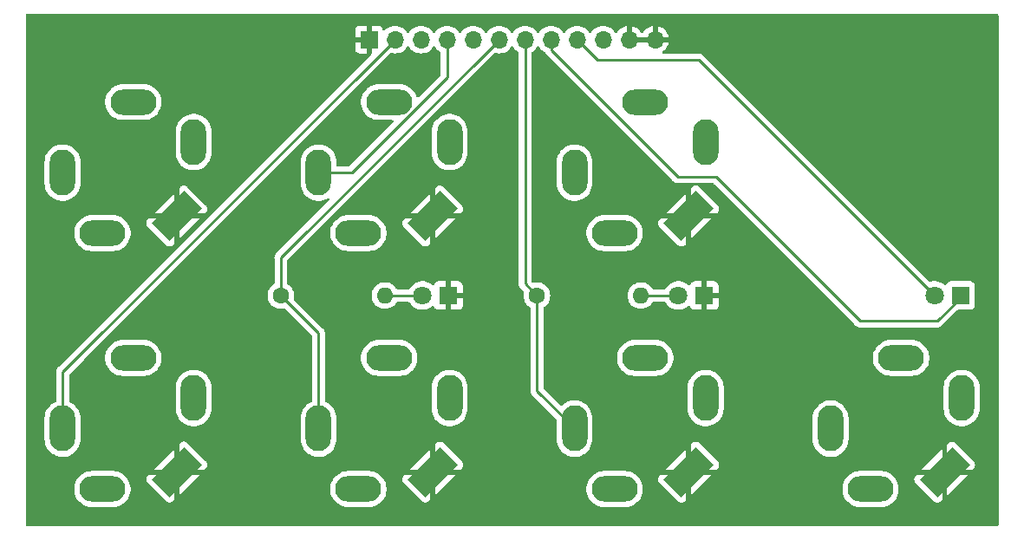
<source format=gtl>
G04 #@! TF.GenerationSoftware,KiCad,Pcbnew,(7.0.0)*
G04 #@! TF.CreationDate,2023-03-06T21:21:17-06:00*
G04 #@! TF.ProjectId,SlopesJack,536c6f70-6573-44a6-9163-6b2e6b696361,rev?*
G04 #@! TF.SameCoordinates,Original*
G04 #@! TF.FileFunction,Copper,L1,Top*
G04 #@! TF.FilePolarity,Positive*
%FSLAX46Y46*%
G04 Gerber Fmt 4.6, Leading zero omitted, Abs format (unit mm)*
G04 Created by KiCad (PCBNEW (7.0.0)) date 2023-03-06 21:21:17*
%MOMM*%
%LPD*%
G01*
G04 APERTURE LIST*
G04 Aperture macros list*
%AMRotRect*
0 Rectangle, with rotation*
0 The origin of the aperture is its center*
0 $1 length*
0 $2 width*
0 $3 Rotation angle, in degrees counterclockwise*
0 Add horizontal line*
21,1,$1,$2,0,0,$3*%
G04 Aperture macros list end*
G04 #@! TA.AperFunction,ComponentPad*
%ADD10R,1.800000X1.800000*%
G04 #@! TD*
G04 #@! TA.AperFunction,ComponentPad*
%ADD11C,1.800000*%
G04 #@! TD*
G04 #@! TA.AperFunction,ComponentPad*
%ADD12O,4.500001X2.500000*%
G04 #@! TD*
G04 #@! TA.AperFunction,ComponentPad*
%ADD13O,2.500001X4.500001*%
G04 #@! TD*
G04 #@! TA.AperFunction,ComponentPad*
%ADD14RotRect,4.500001X2.500001X45.000000*%
G04 #@! TD*
G04 #@! TA.AperFunction,ComponentPad*
%ADD15O,2.500000X4.500000*%
G04 #@! TD*
G04 #@! TA.AperFunction,ComponentPad*
%ADD16O,4.500000X2.500000*%
G04 #@! TD*
G04 #@! TA.AperFunction,ComponentPad*
%ADD17C,1.600000*%
G04 #@! TD*
G04 #@! TA.AperFunction,ComponentPad*
%ADD18O,1.600000X1.600000*%
G04 #@! TD*
G04 #@! TA.AperFunction,ComponentPad*
%ADD19R,1.700000X1.700000*%
G04 #@! TD*
G04 #@! TA.AperFunction,ComponentPad*
%ADD20O,1.700000X1.700000*%
G04 #@! TD*
G04 #@! TA.AperFunction,Conductor*
%ADD21C,0.250000*%
G04 #@! TD*
G04 APERTURE END LIST*
D10*
X343774999Y-162499999D03*
D11*
X341235000Y-162500000D03*
D12*
X387999999Y-168599999D03*
D13*
X393899999Y-172499999D03*
D14*
X392239999Y-179739999D03*
D15*
X381099999Y-175499999D03*
D16*
X384999999Y-181399999D03*
D12*
X312999999Y-168599999D03*
D13*
X318899999Y-172499999D03*
D14*
X317239999Y-179739999D03*
D15*
X306099999Y-175499999D03*
D16*
X309999999Y-181399999D03*
D12*
X312999999Y-143599999D03*
D13*
X318899999Y-147499999D03*
D14*
X317239999Y-154739999D03*
D15*
X306099999Y-150499999D03*
D16*
X309999999Y-156399999D03*
D10*
X393774999Y-162499999D03*
D11*
X391235000Y-162500000D03*
D12*
X337999999Y-168599999D03*
D13*
X343899999Y-172499999D03*
D14*
X342239999Y-179739999D03*
D15*
X331099999Y-175499999D03*
D16*
X334999999Y-181399999D03*
D12*
X362999999Y-143599999D03*
D13*
X368899999Y-147499999D03*
D14*
X367239999Y-154739999D03*
D15*
X356099999Y-150499999D03*
D16*
X359999999Y-156399999D03*
D17*
X327420000Y-162500000D03*
D18*
X337579999Y-162499999D03*
D17*
X352420000Y-162500000D03*
D18*
X362579999Y-162499999D03*
D12*
X362999999Y-168599999D03*
D13*
X368899999Y-172499999D03*
D14*
X367239999Y-179739999D03*
D15*
X356099999Y-175499999D03*
D16*
X359999999Y-181399999D03*
D10*
X368774999Y-162499999D03*
D11*
X366235000Y-162500000D03*
D19*
X336024999Y-137499999D03*
D20*
X338564999Y-137499999D03*
X341104999Y-137499999D03*
X343644999Y-137499999D03*
X346184999Y-137499999D03*
X348724999Y-137499999D03*
X351264999Y-137499999D03*
X353804999Y-137499999D03*
X356344999Y-137499999D03*
X358884999Y-137499999D03*
X361424999Y-137499999D03*
X363964999Y-137499999D03*
D12*
X337999999Y-143599999D03*
D13*
X343899999Y-147499999D03*
D14*
X342239999Y-154739999D03*
D15*
X331099999Y-150499999D03*
D16*
X334999999Y-156399999D03*
D21*
X337580000Y-162500000D02*
X341235000Y-162500000D01*
X362580000Y-162500000D02*
X366235000Y-162500000D01*
X353805000Y-138505000D02*
X353805000Y-137500000D01*
X391500000Y-165000000D02*
X384000000Y-165000000D01*
X369900000Y-150900000D02*
X366200000Y-150900000D01*
X366200000Y-150900000D02*
X353805000Y-138505000D01*
X393775000Y-162725000D02*
X391500000Y-165000000D01*
X393775000Y-162500000D02*
X393775000Y-162725000D01*
X384000000Y-165000000D02*
X369900000Y-150900000D01*
X368235000Y-139500000D02*
X391235000Y-162500000D01*
X356345000Y-137500000D02*
X358345000Y-139500000D01*
X358345000Y-139500000D02*
X368235000Y-139500000D01*
X338565000Y-137500000D02*
X306100000Y-169965000D01*
X306100000Y-169965000D02*
X306100000Y-175500000D01*
X334327387Y-150500000D02*
X331100000Y-150500000D01*
X343645000Y-137500000D02*
X343645000Y-141182387D01*
X343645000Y-141182387D02*
X334327387Y-150500000D01*
X348725000Y-137500000D02*
X327420000Y-158805000D01*
X331100000Y-166180000D02*
X327420000Y-162500000D01*
X331100000Y-175500000D02*
X331100000Y-166180000D01*
X327420000Y-158805000D02*
X327420000Y-162500000D01*
X351265000Y-161345000D02*
X352420000Y-162500000D01*
X351265000Y-137500000D02*
X351265000Y-161345000D01*
X352420000Y-171820000D02*
X356100000Y-175500000D01*
X352420000Y-162500000D02*
X352420000Y-171820000D01*
G04 #@! TA.AperFunction,Conductor*
G36*
X397437500Y-135017113D02*
G01*
X397482887Y-135062500D01*
X397499500Y-135124500D01*
X397499500Y-184875500D01*
X397482887Y-184937500D01*
X397437500Y-184982887D01*
X397375500Y-184999500D01*
X302624500Y-184999500D01*
X302562500Y-184982887D01*
X302517113Y-184937500D01*
X302500500Y-184875500D01*
X302500500Y-181531182D01*
X307249500Y-181531182D01*
X307250189Y-181535754D01*
X307250190Y-181535765D01*
X307287912Y-181786028D01*
X307287913Y-181786035D01*
X307288604Y-181790615D01*
X307289969Y-181795043D01*
X307289971Y-181795048D01*
X307364569Y-182036891D01*
X307364573Y-182036901D01*
X307365937Y-182041323D01*
X307479772Y-182277704D01*
X307627567Y-182494479D01*
X307806019Y-182686805D01*
X308011143Y-182850386D01*
X308238357Y-182981568D01*
X308482584Y-183077420D01*
X308738370Y-183135802D01*
X308934506Y-183150500D01*
X311063177Y-183150500D01*
X311065494Y-183150500D01*
X311261630Y-183135802D01*
X311517416Y-183077420D01*
X311761643Y-182981568D01*
X311988857Y-182850386D01*
X312193981Y-182686805D01*
X312372433Y-182494479D01*
X312520228Y-182277704D01*
X312634063Y-182041323D01*
X312711396Y-181790615D01*
X312750500Y-181531182D01*
X312750500Y-181268818D01*
X312711396Y-181009385D01*
X312637305Y-180769187D01*
X312635430Y-180763108D01*
X312635428Y-180763105D01*
X312634063Y-180758677D01*
X312520228Y-180522296D01*
X312474950Y-180455885D01*
X314261245Y-180455885D01*
X314279181Y-180580643D01*
X314284128Y-180597489D01*
X314336949Y-180713150D01*
X314345038Y-180726245D01*
X314375673Y-180764261D01*
X314380098Y-180769187D01*
X316210812Y-182599901D01*
X316215738Y-182604326D01*
X316253754Y-182634961D01*
X316266849Y-182643050D01*
X316382510Y-182695871D01*
X316399356Y-182700818D01*
X316524115Y-182718755D01*
X316541671Y-182718755D01*
X316666429Y-182700818D01*
X316683275Y-182695871D01*
X316798936Y-182643050D01*
X316812031Y-182634961D01*
X316850047Y-182604326D01*
X316854973Y-182599901D01*
X316981361Y-182473513D01*
X316987756Y-182463942D01*
X316990000Y-182452664D01*
X316990000Y-181950199D01*
X317490000Y-181950199D01*
X317492230Y-181959489D01*
X317500377Y-181954497D01*
X317923692Y-181531182D01*
X332249500Y-181531182D01*
X332250189Y-181535754D01*
X332250190Y-181535765D01*
X332287912Y-181786028D01*
X332287913Y-181786035D01*
X332288604Y-181790615D01*
X332289969Y-181795043D01*
X332289971Y-181795048D01*
X332364569Y-182036891D01*
X332364573Y-182036901D01*
X332365937Y-182041323D01*
X332479772Y-182277704D01*
X332627567Y-182494479D01*
X332806019Y-182686805D01*
X333011143Y-182850386D01*
X333238357Y-182981568D01*
X333482584Y-183077420D01*
X333738370Y-183135802D01*
X333934506Y-183150500D01*
X336063177Y-183150500D01*
X336065494Y-183150500D01*
X336261630Y-183135802D01*
X336517416Y-183077420D01*
X336761643Y-182981568D01*
X336988857Y-182850386D01*
X337193981Y-182686805D01*
X337372433Y-182494479D01*
X337520228Y-182277704D01*
X337634063Y-182041323D01*
X337711396Y-181790615D01*
X337750500Y-181531182D01*
X337750500Y-181268818D01*
X337711396Y-181009385D01*
X337637305Y-180769187D01*
X337635430Y-180763108D01*
X337635428Y-180763105D01*
X337634063Y-180758677D01*
X337520228Y-180522296D01*
X337474950Y-180455885D01*
X339261245Y-180455885D01*
X339279181Y-180580643D01*
X339284128Y-180597489D01*
X339336949Y-180713150D01*
X339345038Y-180726245D01*
X339375673Y-180764261D01*
X339380098Y-180769187D01*
X341210812Y-182599901D01*
X341215738Y-182604326D01*
X341253754Y-182634961D01*
X341266849Y-182643050D01*
X341382510Y-182695871D01*
X341399356Y-182700818D01*
X341524115Y-182718755D01*
X341541671Y-182718755D01*
X341666429Y-182700818D01*
X341683275Y-182695871D01*
X341798936Y-182643050D01*
X341812031Y-182634961D01*
X341850047Y-182604326D01*
X341854973Y-182599901D01*
X341981361Y-182473513D01*
X341987756Y-182463942D01*
X341990000Y-182452664D01*
X341990000Y-181950199D01*
X342490000Y-181950199D01*
X342492230Y-181959489D01*
X342500377Y-181954497D01*
X342923692Y-181531182D01*
X357249500Y-181531182D01*
X357250189Y-181535754D01*
X357250190Y-181535765D01*
X357287912Y-181786028D01*
X357287913Y-181786035D01*
X357288604Y-181790615D01*
X357289969Y-181795043D01*
X357289971Y-181795048D01*
X357364569Y-182036891D01*
X357364573Y-182036901D01*
X357365937Y-182041323D01*
X357479772Y-182277704D01*
X357627567Y-182494479D01*
X357806019Y-182686805D01*
X358011143Y-182850386D01*
X358238357Y-182981568D01*
X358482584Y-183077420D01*
X358738370Y-183135802D01*
X358934506Y-183150500D01*
X361063177Y-183150500D01*
X361065494Y-183150500D01*
X361261630Y-183135802D01*
X361517416Y-183077420D01*
X361761643Y-182981568D01*
X361988857Y-182850386D01*
X362193981Y-182686805D01*
X362372433Y-182494479D01*
X362520228Y-182277704D01*
X362634063Y-182041323D01*
X362711396Y-181790615D01*
X362750500Y-181531182D01*
X362750500Y-181268818D01*
X362711396Y-181009385D01*
X362637305Y-180769187D01*
X362635430Y-180763108D01*
X362635428Y-180763105D01*
X362634063Y-180758677D01*
X362520228Y-180522296D01*
X362474950Y-180455885D01*
X364261245Y-180455885D01*
X364279181Y-180580643D01*
X364284128Y-180597489D01*
X364336949Y-180713150D01*
X364345038Y-180726245D01*
X364375673Y-180764261D01*
X364380098Y-180769187D01*
X366210812Y-182599901D01*
X366215738Y-182604326D01*
X366253754Y-182634961D01*
X366266849Y-182643050D01*
X366382510Y-182695871D01*
X366399356Y-182700818D01*
X366524115Y-182718755D01*
X366541671Y-182718755D01*
X366666429Y-182700818D01*
X366683275Y-182695871D01*
X366798936Y-182643050D01*
X366812031Y-182634961D01*
X366850047Y-182604326D01*
X366854973Y-182599901D01*
X366981361Y-182473513D01*
X366987756Y-182463942D01*
X366990000Y-182452664D01*
X366990000Y-181950199D01*
X367490000Y-181950199D01*
X367492230Y-181959489D01*
X367500377Y-181954497D01*
X367923692Y-181531182D01*
X382249500Y-181531182D01*
X382250189Y-181535754D01*
X382250190Y-181535765D01*
X382287912Y-181786028D01*
X382287913Y-181786035D01*
X382288604Y-181790615D01*
X382289969Y-181795043D01*
X382289971Y-181795048D01*
X382364569Y-182036891D01*
X382364573Y-182036901D01*
X382365937Y-182041323D01*
X382479772Y-182277704D01*
X382627567Y-182494479D01*
X382806019Y-182686805D01*
X383011143Y-182850386D01*
X383238357Y-182981568D01*
X383482584Y-183077420D01*
X383738370Y-183135802D01*
X383934506Y-183150500D01*
X386063177Y-183150500D01*
X386065494Y-183150500D01*
X386261630Y-183135802D01*
X386517416Y-183077420D01*
X386761643Y-182981568D01*
X386988857Y-182850386D01*
X387193981Y-182686805D01*
X387372433Y-182494479D01*
X387520228Y-182277704D01*
X387634063Y-182041323D01*
X387711396Y-181790615D01*
X387750500Y-181531182D01*
X387750500Y-181268818D01*
X387711396Y-181009385D01*
X387637305Y-180769187D01*
X387635430Y-180763108D01*
X387635428Y-180763105D01*
X387634063Y-180758677D01*
X387520228Y-180522296D01*
X387474950Y-180455885D01*
X389261245Y-180455885D01*
X389279181Y-180580643D01*
X389284128Y-180597489D01*
X389336949Y-180713150D01*
X389345038Y-180726245D01*
X389375673Y-180764261D01*
X389380098Y-180769187D01*
X391210812Y-182599901D01*
X391215738Y-182604326D01*
X391253754Y-182634961D01*
X391266849Y-182643050D01*
X391382510Y-182695871D01*
X391399356Y-182700818D01*
X391524115Y-182718755D01*
X391541671Y-182718755D01*
X391666429Y-182700818D01*
X391683275Y-182695871D01*
X391798936Y-182643050D01*
X391812031Y-182634961D01*
X391850047Y-182604326D01*
X391854973Y-182599901D01*
X391981361Y-182473513D01*
X391987756Y-182463942D01*
X391990000Y-182452664D01*
X391990000Y-181950199D01*
X392490000Y-181950199D01*
X392492230Y-181959489D01*
X392500377Y-181954497D01*
X394454497Y-180000377D01*
X394459489Y-179992230D01*
X394450199Y-179990000D01*
X392506326Y-179990000D01*
X392493450Y-179993450D01*
X392490000Y-180006326D01*
X392490000Y-181950199D01*
X391990000Y-181950199D01*
X391990000Y-180006326D01*
X391986549Y-179993450D01*
X391973674Y-179990000D01*
X389527336Y-179990000D01*
X389516057Y-179992243D01*
X389506486Y-179998638D01*
X389380098Y-180125026D01*
X389375673Y-180129952D01*
X389345038Y-180167968D01*
X389336949Y-180181063D01*
X389284128Y-180296724D01*
X389279181Y-180313570D01*
X389261245Y-180438329D01*
X389261245Y-180455885D01*
X387474950Y-180455885D01*
X387372433Y-180305521D01*
X387193981Y-180113195D01*
X386988857Y-179949614D01*
X386894216Y-179894973D01*
X386765664Y-179820753D01*
X386765658Y-179820750D01*
X386761643Y-179818432D01*
X386757324Y-179816737D01*
X386757318Y-179816734D01*
X386521738Y-179724276D01*
X386521734Y-179724275D01*
X386517416Y-179722580D01*
X386512893Y-179721547D01*
X386512891Y-179721547D01*
X386266149Y-179665229D01*
X386266143Y-179665228D01*
X386261630Y-179664198D01*
X386257008Y-179663851D01*
X386257004Y-179663851D01*
X386067808Y-179649673D01*
X386067797Y-179649672D01*
X386065494Y-179649500D01*
X383934506Y-179649500D01*
X383932203Y-179649672D01*
X383932191Y-179649673D01*
X383742995Y-179663851D01*
X383742989Y-179663851D01*
X383738370Y-179664198D01*
X383733858Y-179665227D01*
X383733850Y-179665229D01*
X383487108Y-179721547D01*
X383487102Y-179721548D01*
X383482584Y-179722580D01*
X383478268Y-179724273D01*
X383478261Y-179724276D01*
X383242681Y-179816734D01*
X383242670Y-179816739D01*
X383238357Y-179818432D01*
X383234346Y-179820747D01*
X383234335Y-179820753D01*
X383015161Y-179947294D01*
X383011143Y-179949614D01*
X383007519Y-179952503D01*
X383007516Y-179952506D01*
X382809646Y-180110302D01*
X382809641Y-180110306D01*
X382806019Y-180113195D01*
X382802865Y-180116593D01*
X382802863Y-180116596D01*
X382630719Y-180302123D01*
X382630713Y-180302129D01*
X382627567Y-180305521D01*
X382479772Y-180522296D01*
X382477759Y-180526474D01*
X382477756Y-180526481D01*
X382367949Y-180754497D01*
X382367944Y-180754508D01*
X382365937Y-180758677D01*
X382364574Y-180763093D01*
X382364569Y-180763108D01*
X382289971Y-181004951D01*
X382289968Y-181004959D01*
X382288604Y-181009385D01*
X382287914Y-181013961D01*
X382287912Y-181013971D01*
X382250190Y-181264234D01*
X382250189Y-181264246D01*
X382249500Y-181268818D01*
X382249500Y-181531182D01*
X367923692Y-181531182D01*
X369454497Y-180000377D01*
X369459489Y-179992230D01*
X369450199Y-179990000D01*
X367506326Y-179990000D01*
X367493450Y-179993450D01*
X367490000Y-180006326D01*
X367490000Y-181950199D01*
X366990000Y-181950199D01*
X366990000Y-180006326D01*
X366986549Y-179993450D01*
X366973674Y-179990000D01*
X364527336Y-179990000D01*
X364516057Y-179992243D01*
X364506486Y-179998638D01*
X364380098Y-180125026D01*
X364375673Y-180129952D01*
X364345038Y-180167968D01*
X364336949Y-180181063D01*
X364284128Y-180296724D01*
X364279181Y-180313570D01*
X364261245Y-180438329D01*
X364261245Y-180455885D01*
X362474950Y-180455885D01*
X362372433Y-180305521D01*
X362193981Y-180113195D01*
X361988857Y-179949614D01*
X361894216Y-179894973D01*
X361765664Y-179820753D01*
X361765658Y-179820750D01*
X361761643Y-179818432D01*
X361757324Y-179816737D01*
X361757318Y-179816734D01*
X361521738Y-179724276D01*
X361521734Y-179724275D01*
X361517416Y-179722580D01*
X361512893Y-179721547D01*
X361512891Y-179721547D01*
X361266149Y-179665229D01*
X361266143Y-179665228D01*
X361261630Y-179664198D01*
X361257008Y-179663851D01*
X361257004Y-179663851D01*
X361067808Y-179649673D01*
X361067797Y-179649672D01*
X361065494Y-179649500D01*
X358934506Y-179649500D01*
X358932203Y-179649672D01*
X358932191Y-179649673D01*
X358742995Y-179663851D01*
X358742989Y-179663851D01*
X358738370Y-179664198D01*
X358733858Y-179665227D01*
X358733850Y-179665229D01*
X358487108Y-179721547D01*
X358487102Y-179721548D01*
X358482584Y-179722580D01*
X358478268Y-179724273D01*
X358478261Y-179724276D01*
X358242681Y-179816734D01*
X358242670Y-179816739D01*
X358238357Y-179818432D01*
X358234346Y-179820747D01*
X358234335Y-179820753D01*
X358015161Y-179947294D01*
X358011143Y-179949614D01*
X358007519Y-179952503D01*
X358007516Y-179952506D01*
X357809646Y-180110302D01*
X357809641Y-180110306D01*
X357806019Y-180113195D01*
X357802865Y-180116593D01*
X357802863Y-180116596D01*
X357630719Y-180302123D01*
X357630713Y-180302129D01*
X357627567Y-180305521D01*
X357479772Y-180522296D01*
X357477759Y-180526474D01*
X357477756Y-180526481D01*
X357367949Y-180754497D01*
X357367944Y-180754508D01*
X357365937Y-180758677D01*
X357364574Y-180763093D01*
X357364569Y-180763108D01*
X357289971Y-181004951D01*
X357289968Y-181004959D01*
X357288604Y-181009385D01*
X357287914Y-181013961D01*
X357287912Y-181013971D01*
X357250190Y-181264234D01*
X357250189Y-181264246D01*
X357249500Y-181268818D01*
X357249500Y-181531182D01*
X342923692Y-181531182D01*
X344454497Y-180000377D01*
X344459489Y-179992230D01*
X344450199Y-179990000D01*
X342506326Y-179990000D01*
X342493450Y-179993450D01*
X342490000Y-180006326D01*
X342490000Y-181950199D01*
X341990000Y-181950199D01*
X341990000Y-180006326D01*
X341986549Y-179993450D01*
X341973674Y-179990000D01*
X339527336Y-179990000D01*
X339516057Y-179992243D01*
X339506486Y-179998638D01*
X339380098Y-180125026D01*
X339375673Y-180129952D01*
X339345038Y-180167968D01*
X339336949Y-180181063D01*
X339284128Y-180296724D01*
X339279181Y-180313570D01*
X339261245Y-180438329D01*
X339261245Y-180455885D01*
X337474950Y-180455885D01*
X337372433Y-180305521D01*
X337193981Y-180113195D01*
X336988857Y-179949614D01*
X336894216Y-179894973D01*
X336765664Y-179820753D01*
X336765658Y-179820750D01*
X336761643Y-179818432D01*
X336757324Y-179816737D01*
X336757318Y-179816734D01*
X336521738Y-179724276D01*
X336521734Y-179724275D01*
X336517416Y-179722580D01*
X336512893Y-179721547D01*
X336512891Y-179721547D01*
X336266149Y-179665229D01*
X336266143Y-179665228D01*
X336261630Y-179664198D01*
X336257008Y-179663851D01*
X336257004Y-179663851D01*
X336067808Y-179649673D01*
X336067797Y-179649672D01*
X336065494Y-179649500D01*
X333934506Y-179649500D01*
X333932203Y-179649672D01*
X333932191Y-179649673D01*
X333742995Y-179663851D01*
X333742989Y-179663851D01*
X333738370Y-179664198D01*
X333733858Y-179665227D01*
X333733850Y-179665229D01*
X333487108Y-179721547D01*
X333487102Y-179721548D01*
X333482584Y-179722580D01*
X333478268Y-179724273D01*
X333478261Y-179724276D01*
X333242681Y-179816734D01*
X333242670Y-179816739D01*
X333238357Y-179818432D01*
X333234346Y-179820747D01*
X333234335Y-179820753D01*
X333015161Y-179947294D01*
X333011143Y-179949614D01*
X333007519Y-179952503D01*
X333007516Y-179952506D01*
X332809646Y-180110302D01*
X332809641Y-180110306D01*
X332806019Y-180113195D01*
X332802865Y-180116593D01*
X332802863Y-180116596D01*
X332630719Y-180302123D01*
X332630713Y-180302129D01*
X332627567Y-180305521D01*
X332479772Y-180522296D01*
X332477759Y-180526474D01*
X332477756Y-180526481D01*
X332367949Y-180754497D01*
X332367944Y-180754508D01*
X332365937Y-180758677D01*
X332364574Y-180763093D01*
X332364569Y-180763108D01*
X332289971Y-181004951D01*
X332289968Y-181004959D01*
X332288604Y-181009385D01*
X332287914Y-181013961D01*
X332287912Y-181013971D01*
X332250190Y-181264234D01*
X332250189Y-181264246D01*
X332249500Y-181268818D01*
X332249500Y-181531182D01*
X317923692Y-181531182D01*
X319454497Y-180000377D01*
X319459489Y-179992230D01*
X319450199Y-179990000D01*
X317506326Y-179990000D01*
X317493450Y-179993450D01*
X317490000Y-180006326D01*
X317490000Y-181950199D01*
X316990000Y-181950199D01*
X316990000Y-180006326D01*
X316986549Y-179993450D01*
X316973674Y-179990000D01*
X314527336Y-179990000D01*
X314516057Y-179992243D01*
X314506486Y-179998638D01*
X314380098Y-180125026D01*
X314375673Y-180129952D01*
X314345038Y-180167968D01*
X314336949Y-180181063D01*
X314284128Y-180296724D01*
X314279181Y-180313570D01*
X314261245Y-180438329D01*
X314261245Y-180455885D01*
X312474950Y-180455885D01*
X312372433Y-180305521D01*
X312193981Y-180113195D01*
X311988857Y-179949614D01*
X311894216Y-179894973D01*
X311765664Y-179820753D01*
X311765658Y-179820750D01*
X311761643Y-179818432D01*
X311757324Y-179816737D01*
X311757318Y-179816734D01*
X311521738Y-179724276D01*
X311521734Y-179724275D01*
X311517416Y-179722580D01*
X311512893Y-179721547D01*
X311512891Y-179721547D01*
X311266149Y-179665229D01*
X311266143Y-179665228D01*
X311261630Y-179664198D01*
X311257008Y-179663851D01*
X311257004Y-179663851D01*
X311067808Y-179649673D01*
X311067797Y-179649672D01*
X311065494Y-179649500D01*
X308934506Y-179649500D01*
X308932203Y-179649672D01*
X308932191Y-179649673D01*
X308742995Y-179663851D01*
X308742989Y-179663851D01*
X308738370Y-179664198D01*
X308733858Y-179665227D01*
X308733850Y-179665229D01*
X308487108Y-179721547D01*
X308487102Y-179721548D01*
X308482584Y-179722580D01*
X308478268Y-179724273D01*
X308478261Y-179724276D01*
X308242681Y-179816734D01*
X308242670Y-179816739D01*
X308238357Y-179818432D01*
X308234346Y-179820747D01*
X308234335Y-179820753D01*
X308015161Y-179947294D01*
X308011143Y-179949614D01*
X308007519Y-179952503D01*
X308007516Y-179952506D01*
X307809646Y-180110302D01*
X307809641Y-180110306D01*
X307806019Y-180113195D01*
X307802865Y-180116593D01*
X307802863Y-180116596D01*
X307630719Y-180302123D01*
X307630713Y-180302129D01*
X307627567Y-180305521D01*
X307479772Y-180522296D01*
X307477759Y-180526474D01*
X307477756Y-180526481D01*
X307367949Y-180754497D01*
X307367944Y-180754508D01*
X307365937Y-180758677D01*
X307364574Y-180763093D01*
X307364569Y-180763108D01*
X307289971Y-181004951D01*
X307289968Y-181004959D01*
X307288604Y-181009385D01*
X307287914Y-181013961D01*
X307287912Y-181013971D01*
X307250190Y-181264234D01*
X307250189Y-181264246D01*
X307249500Y-181268818D01*
X307249500Y-181531182D01*
X302500500Y-181531182D01*
X302500500Y-179487769D01*
X315020510Y-179487769D01*
X315029801Y-179490000D01*
X316973674Y-179490000D01*
X316986549Y-179486549D01*
X316990000Y-179473674D01*
X317490000Y-179473674D01*
X317493450Y-179486549D01*
X317506326Y-179490000D01*
X319952664Y-179490000D01*
X319963877Y-179487769D01*
X340020510Y-179487769D01*
X340029801Y-179490000D01*
X341973674Y-179490000D01*
X341986549Y-179486549D01*
X341990000Y-179473674D01*
X342490000Y-179473674D01*
X342493450Y-179486549D01*
X342506326Y-179490000D01*
X344952664Y-179490000D01*
X344963877Y-179487769D01*
X365020510Y-179487769D01*
X365029801Y-179490000D01*
X366973674Y-179490000D01*
X366986549Y-179486549D01*
X366990000Y-179473674D01*
X367490000Y-179473674D01*
X367493450Y-179486549D01*
X367506326Y-179490000D01*
X369952664Y-179490000D01*
X369963877Y-179487769D01*
X390020510Y-179487769D01*
X390029801Y-179490000D01*
X391973674Y-179490000D01*
X391986549Y-179486549D01*
X391990000Y-179473674D01*
X392490000Y-179473674D01*
X392493450Y-179486549D01*
X392506326Y-179490000D01*
X394952664Y-179490000D01*
X394963942Y-179487756D01*
X394973513Y-179481361D01*
X395099901Y-179354973D01*
X395104326Y-179350047D01*
X395134961Y-179312031D01*
X395143050Y-179298936D01*
X395195871Y-179183275D01*
X395200818Y-179166429D01*
X395218755Y-179041671D01*
X395218755Y-179024115D01*
X395200818Y-178899356D01*
X395195871Y-178882510D01*
X395143050Y-178766849D01*
X395134961Y-178753754D01*
X395104326Y-178715738D01*
X395099901Y-178710812D01*
X393269187Y-176880098D01*
X393264261Y-176875673D01*
X393226245Y-176845038D01*
X393213150Y-176836949D01*
X393097489Y-176784128D01*
X393080643Y-176779181D01*
X392955885Y-176761245D01*
X392938329Y-176761245D01*
X392813570Y-176779181D01*
X392796724Y-176784128D01*
X392681063Y-176836949D01*
X392667968Y-176845038D01*
X392629952Y-176875673D01*
X392625026Y-176880098D01*
X392498638Y-177006486D01*
X392492243Y-177016057D01*
X392490000Y-177027336D01*
X392490000Y-179473674D01*
X391990000Y-179473674D01*
X391990000Y-177529801D01*
X391987769Y-177520510D01*
X391979622Y-177525502D01*
X390025502Y-179479622D01*
X390020510Y-179487769D01*
X369963877Y-179487769D01*
X369963942Y-179487756D01*
X369973513Y-179481361D01*
X370099901Y-179354973D01*
X370104326Y-179350047D01*
X370134961Y-179312031D01*
X370143050Y-179298936D01*
X370195871Y-179183275D01*
X370200818Y-179166429D01*
X370218755Y-179041671D01*
X370218755Y-179024115D01*
X370200818Y-178899356D01*
X370195871Y-178882510D01*
X370143050Y-178766849D01*
X370134961Y-178753754D01*
X370104326Y-178715738D01*
X370099901Y-178710812D01*
X368269187Y-176880098D01*
X368264261Y-176875673D01*
X368226245Y-176845038D01*
X368213150Y-176836949D01*
X368097489Y-176784128D01*
X368080643Y-176779181D01*
X367955885Y-176761245D01*
X367938329Y-176761245D01*
X367813570Y-176779181D01*
X367796724Y-176784128D01*
X367681063Y-176836949D01*
X367667968Y-176845038D01*
X367629952Y-176875673D01*
X367625026Y-176880098D01*
X367498638Y-177006486D01*
X367492243Y-177016057D01*
X367490000Y-177027336D01*
X367490000Y-179473674D01*
X366990000Y-179473674D01*
X366990000Y-177529801D01*
X366987769Y-177520510D01*
X366979622Y-177525502D01*
X365025502Y-179479622D01*
X365020510Y-179487769D01*
X344963877Y-179487769D01*
X344963942Y-179487756D01*
X344973513Y-179481361D01*
X345099901Y-179354973D01*
X345104326Y-179350047D01*
X345134961Y-179312031D01*
X345143050Y-179298936D01*
X345195871Y-179183275D01*
X345200818Y-179166429D01*
X345218755Y-179041671D01*
X345218755Y-179024115D01*
X345200818Y-178899356D01*
X345195871Y-178882510D01*
X345143050Y-178766849D01*
X345134961Y-178753754D01*
X345104326Y-178715738D01*
X345099901Y-178710812D01*
X343269187Y-176880098D01*
X343264261Y-176875673D01*
X343226245Y-176845038D01*
X343213150Y-176836949D01*
X343097489Y-176784128D01*
X343080643Y-176779181D01*
X342955885Y-176761245D01*
X342938329Y-176761245D01*
X342813570Y-176779181D01*
X342796724Y-176784128D01*
X342681063Y-176836949D01*
X342667968Y-176845038D01*
X342629952Y-176875673D01*
X342625026Y-176880098D01*
X342498638Y-177006486D01*
X342492243Y-177016057D01*
X342490000Y-177027336D01*
X342490000Y-179473674D01*
X341990000Y-179473674D01*
X341990000Y-177529801D01*
X341987769Y-177520510D01*
X341979622Y-177525502D01*
X340025502Y-179479622D01*
X340020510Y-179487769D01*
X319963877Y-179487769D01*
X319963942Y-179487756D01*
X319973513Y-179481361D01*
X320099901Y-179354973D01*
X320104326Y-179350047D01*
X320134961Y-179312031D01*
X320143050Y-179298936D01*
X320195871Y-179183275D01*
X320200818Y-179166429D01*
X320218755Y-179041671D01*
X320218755Y-179024115D01*
X320200818Y-178899356D01*
X320195871Y-178882510D01*
X320143050Y-178766849D01*
X320134961Y-178753754D01*
X320104326Y-178715738D01*
X320099901Y-178710812D01*
X318269187Y-176880098D01*
X318264261Y-176875673D01*
X318226245Y-176845038D01*
X318213150Y-176836949D01*
X318097489Y-176784128D01*
X318080643Y-176779181D01*
X317955885Y-176761245D01*
X317938329Y-176761245D01*
X317813570Y-176779181D01*
X317796724Y-176784128D01*
X317681063Y-176836949D01*
X317667968Y-176845038D01*
X317629952Y-176875673D01*
X317625026Y-176880098D01*
X317498638Y-177006486D01*
X317492243Y-177016057D01*
X317490000Y-177027336D01*
X317490000Y-179473674D01*
X316990000Y-179473674D01*
X316990000Y-177529801D01*
X316987769Y-177520510D01*
X316979622Y-177525502D01*
X315025502Y-179479622D01*
X315020510Y-179487769D01*
X302500500Y-179487769D01*
X302500500Y-176565494D01*
X304349500Y-176565494D01*
X304364198Y-176761630D01*
X304365228Y-176766143D01*
X304365229Y-176766149D01*
X304420085Y-177006486D01*
X304422580Y-177017416D01*
X304424275Y-177021734D01*
X304424276Y-177021738D01*
X304516734Y-177257318D01*
X304516737Y-177257324D01*
X304518432Y-177261643D01*
X304520750Y-177265658D01*
X304520753Y-177265664D01*
X304594973Y-177394216D01*
X304649614Y-177488857D01*
X304813195Y-177693981D01*
X305005521Y-177872433D01*
X305222296Y-178020228D01*
X305458677Y-178134063D01*
X305463105Y-178135428D01*
X305463108Y-178135430D01*
X305566537Y-178167333D01*
X305709385Y-178211396D01*
X305968818Y-178250500D01*
X306226547Y-178250500D01*
X306231182Y-178250500D01*
X306490615Y-178211396D01*
X306741323Y-178134063D01*
X306977704Y-178020228D01*
X307194479Y-177872433D01*
X307386805Y-177693981D01*
X307550386Y-177488857D01*
X307681568Y-177261643D01*
X307777420Y-177017416D01*
X307835802Y-176761630D01*
X307850500Y-176565494D01*
X307850500Y-174434506D01*
X307835802Y-174238370D01*
X307777420Y-173982584D01*
X307681568Y-173738357D01*
X307581766Y-173565494D01*
X317149500Y-173565494D01*
X317149672Y-173567797D01*
X317149673Y-173567808D01*
X317162454Y-173738357D01*
X317164198Y-173761630D01*
X317222580Y-174017416D01*
X317224275Y-174021734D01*
X317224276Y-174021738D01*
X317316734Y-174257318D01*
X317316737Y-174257324D01*
X317318432Y-174261643D01*
X317320750Y-174265658D01*
X317320753Y-174265664D01*
X317394973Y-174394216D01*
X317449614Y-174488857D01*
X317613195Y-174693981D01*
X317805521Y-174872433D01*
X318022296Y-175020228D01*
X318258677Y-175134063D01*
X318263105Y-175135428D01*
X318263108Y-175135430D01*
X318366537Y-175167333D01*
X318509385Y-175211396D01*
X318768818Y-175250500D01*
X319026547Y-175250500D01*
X319031182Y-175250500D01*
X319290615Y-175211396D01*
X319541323Y-175134063D01*
X319777704Y-175020228D01*
X319994479Y-174872433D01*
X320186805Y-174693981D01*
X320350386Y-174488857D01*
X320481568Y-174261643D01*
X320577420Y-174017416D01*
X320635802Y-173761630D01*
X320650500Y-173565494D01*
X320650500Y-171434506D01*
X320635802Y-171238370D01*
X320577420Y-170982584D01*
X320481568Y-170738357D01*
X320350386Y-170511143D01*
X320186805Y-170306019D01*
X319994479Y-170127567D01*
X319777704Y-169979772D01*
X319722037Y-169952964D01*
X319545502Y-169867949D01*
X319545496Y-169867946D01*
X319541323Y-169865937D01*
X319536901Y-169864573D01*
X319536891Y-169864569D01*
X319295048Y-169789971D01*
X319295043Y-169789969D01*
X319290615Y-169788604D01*
X319286035Y-169787913D01*
X319286028Y-169787912D01*
X319035765Y-169750190D01*
X319035754Y-169750189D01*
X319031182Y-169749500D01*
X318768818Y-169749500D01*
X318764246Y-169750189D01*
X318764234Y-169750190D01*
X318513971Y-169787912D01*
X318513961Y-169787914D01*
X318509385Y-169788604D01*
X318504959Y-169789968D01*
X318504951Y-169789971D01*
X318263108Y-169864569D01*
X318263093Y-169864574D01*
X318258677Y-169865937D01*
X318254508Y-169867944D01*
X318254497Y-169867949D01*
X318026481Y-169977756D01*
X318026474Y-169977759D01*
X318022296Y-169979772D01*
X318018463Y-169982385D01*
X318018460Y-169982387D01*
X317918724Y-170050386D01*
X317805521Y-170127567D01*
X317802129Y-170130713D01*
X317802123Y-170130719D01*
X317646138Y-170275452D01*
X317613195Y-170306019D01*
X317610306Y-170309641D01*
X317610302Y-170309646D01*
X317452506Y-170507516D01*
X317449614Y-170511143D01*
X317447295Y-170515159D01*
X317447294Y-170515161D01*
X317320753Y-170734335D01*
X317320747Y-170734346D01*
X317318432Y-170738357D01*
X317316739Y-170742670D01*
X317316734Y-170742681D01*
X317224276Y-170978261D01*
X317224273Y-170978268D01*
X317222580Y-170982584D01*
X317221548Y-170987102D01*
X317221547Y-170987108D01*
X317165229Y-171233850D01*
X317165227Y-171233858D01*
X317164198Y-171238370D01*
X317149500Y-171434506D01*
X317149500Y-173565494D01*
X307581766Y-173565494D01*
X307550386Y-173511143D01*
X307386805Y-173306019D01*
X307194479Y-173127567D01*
X306977704Y-172979772D01*
X306973518Y-172977756D01*
X306973513Y-172977753D01*
X306795699Y-172892123D01*
X306744506Y-172846375D01*
X306725500Y-172780403D01*
X306725500Y-170275452D01*
X306734939Y-170227999D01*
X306761819Y-170187771D01*
X308218408Y-168731182D01*
X310249500Y-168731182D01*
X310250189Y-168735754D01*
X310250190Y-168735765D01*
X310287912Y-168986028D01*
X310287913Y-168986035D01*
X310288604Y-168990615D01*
X310289969Y-168995043D01*
X310289971Y-168995048D01*
X310364569Y-169236891D01*
X310364573Y-169236901D01*
X310365937Y-169241323D01*
X310367946Y-169245496D01*
X310367949Y-169245502D01*
X310477756Y-169473518D01*
X310479772Y-169477704D01*
X310627567Y-169694479D01*
X310806019Y-169886805D01*
X311011143Y-170050386D01*
X311238357Y-170181568D01*
X311482584Y-170277420D01*
X311738370Y-170335802D01*
X311934506Y-170350500D01*
X314063177Y-170350500D01*
X314065494Y-170350500D01*
X314261630Y-170335802D01*
X314517416Y-170277420D01*
X314761643Y-170181568D01*
X314988857Y-170050386D01*
X315193981Y-169886805D01*
X315372433Y-169694479D01*
X315520228Y-169477704D01*
X315634063Y-169241323D01*
X315711396Y-168990615D01*
X315750500Y-168731182D01*
X315750500Y-168468818D01*
X315711396Y-168209385D01*
X315634063Y-167958677D01*
X315520228Y-167722296D01*
X315372433Y-167505521D01*
X315193981Y-167313195D01*
X314988857Y-167149614D01*
X314894216Y-167094973D01*
X314765664Y-167020753D01*
X314765658Y-167020750D01*
X314761643Y-167018432D01*
X314757324Y-167016737D01*
X314757318Y-167016734D01*
X314521738Y-166924276D01*
X314521734Y-166924275D01*
X314517416Y-166922580D01*
X314512893Y-166921547D01*
X314512891Y-166921547D01*
X314266149Y-166865229D01*
X314266143Y-166865228D01*
X314261630Y-166864198D01*
X314257008Y-166863851D01*
X314257004Y-166863851D01*
X314067808Y-166849673D01*
X314067797Y-166849672D01*
X314065494Y-166849500D01*
X311934506Y-166849500D01*
X311932203Y-166849672D01*
X311932191Y-166849673D01*
X311742995Y-166863851D01*
X311742989Y-166863851D01*
X311738370Y-166864198D01*
X311733858Y-166865227D01*
X311733850Y-166865229D01*
X311487108Y-166921547D01*
X311487102Y-166921548D01*
X311482584Y-166922580D01*
X311478268Y-166924273D01*
X311478261Y-166924276D01*
X311242681Y-167016734D01*
X311242670Y-167016739D01*
X311238357Y-167018432D01*
X311234346Y-167020747D01*
X311234335Y-167020753D01*
X311015161Y-167147294D01*
X311011143Y-167149614D01*
X311007519Y-167152503D01*
X311007516Y-167152506D01*
X310809646Y-167310302D01*
X310809641Y-167310306D01*
X310806019Y-167313195D01*
X310802865Y-167316593D01*
X310802863Y-167316596D01*
X310630719Y-167502123D01*
X310630713Y-167502129D01*
X310627567Y-167505521D01*
X310479772Y-167722296D01*
X310477759Y-167726474D01*
X310477756Y-167726481D01*
X310367949Y-167954497D01*
X310367944Y-167954508D01*
X310365937Y-167958677D01*
X310364574Y-167963093D01*
X310364569Y-167963108D01*
X310289971Y-168204951D01*
X310289968Y-168204959D01*
X310288604Y-168209385D01*
X310287914Y-168213961D01*
X310287912Y-168213971D01*
X310250190Y-168464234D01*
X310250189Y-168464246D01*
X310249500Y-168468818D01*
X310249500Y-168731182D01*
X308218408Y-168731182D01*
X322300090Y-154649500D01*
X338109354Y-138840235D01*
X338164940Y-138808143D01*
X338229124Y-138808143D01*
X338329592Y-138835063D01*
X338565000Y-138855659D01*
X338800408Y-138835063D01*
X339028663Y-138773903D01*
X339242830Y-138674035D01*
X339436401Y-138538495D01*
X339603495Y-138371401D01*
X339733424Y-138185842D01*
X339777743Y-138146976D01*
X339835000Y-138132965D01*
X339892257Y-138146976D01*
X339936575Y-138185842D01*
X340063395Y-138366961D01*
X340063401Y-138366968D01*
X340066505Y-138371401D01*
X340233599Y-138538495D01*
X340427170Y-138674035D01*
X340641337Y-138773903D01*
X340869592Y-138835063D01*
X341105000Y-138855659D01*
X341340408Y-138835063D01*
X341568663Y-138773903D01*
X341782830Y-138674035D01*
X341976401Y-138538495D01*
X342143495Y-138371401D01*
X342273424Y-138185842D01*
X342317743Y-138146976D01*
X342375000Y-138132965D01*
X342432257Y-138146976D01*
X342476575Y-138185842D01*
X342603395Y-138366961D01*
X342603401Y-138366968D01*
X342606505Y-138371401D01*
X342773599Y-138538495D01*
X342778031Y-138541598D01*
X342778033Y-138541600D01*
X342966624Y-138673653D01*
X343005489Y-138717971D01*
X343019500Y-138775228D01*
X343019500Y-140871935D01*
X343010061Y-140919388D01*
X342983181Y-140959616D01*
X340862100Y-143080694D01*
X340807631Y-143112483D01*
X340744570Y-143113367D01*
X340689231Y-143083119D01*
X340655928Y-143029562D01*
X340635431Y-142963112D01*
X340634063Y-142958677D01*
X340520228Y-142722296D01*
X340372433Y-142505521D01*
X340193981Y-142313195D01*
X339988857Y-142149614D01*
X339894216Y-142094973D01*
X339765664Y-142020753D01*
X339765658Y-142020750D01*
X339761643Y-142018432D01*
X339757324Y-142016737D01*
X339757318Y-142016734D01*
X339521738Y-141924276D01*
X339521734Y-141924275D01*
X339517416Y-141922580D01*
X339512893Y-141921547D01*
X339512891Y-141921547D01*
X339266149Y-141865229D01*
X339266143Y-141865228D01*
X339261630Y-141864198D01*
X339257008Y-141863851D01*
X339257004Y-141863851D01*
X339067808Y-141849673D01*
X339067797Y-141849672D01*
X339065494Y-141849500D01*
X336934506Y-141849500D01*
X336932203Y-141849672D01*
X336932191Y-141849673D01*
X336742995Y-141863851D01*
X336742989Y-141863851D01*
X336738370Y-141864198D01*
X336733858Y-141865227D01*
X336733850Y-141865229D01*
X336487108Y-141921547D01*
X336487102Y-141921548D01*
X336482584Y-141922580D01*
X336478268Y-141924273D01*
X336478261Y-141924276D01*
X336242681Y-142016734D01*
X336242670Y-142016739D01*
X336238357Y-142018432D01*
X336234346Y-142020747D01*
X336234335Y-142020753D01*
X336015161Y-142147294D01*
X336011143Y-142149614D01*
X336007519Y-142152503D01*
X336007516Y-142152506D01*
X335809646Y-142310302D01*
X335809641Y-142310306D01*
X335806019Y-142313195D01*
X335802865Y-142316593D01*
X335802863Y-142316596D01*
X335630719Y-142502123D01*
X335630713Y-142502129D01*
X335627567Y-142505521D01*
X335479772Y-142722296D01*
X335477759Y-142726474D01*
X335477756Y-142726481D01*
X335367949Y-142954497D01*
X335367944Y-142954508D01*
X335365937Y-142958677D01*
X335364574Y-142963093D01*
X335364569Y-142963108D01*
X335289971Y-143204951D01*
X335289968Y-143204959D01*
X335288604Y-143209385D01*
X335287914Y-143213961D01*
X335287912Y-143213971D01*
X335250190Y-143464234D01*
X335250189Y-143464246D01*
X335249500Y-143468818D01*
X335249500Y-143731182D01*
X335250189Y-143735754D01*
X335250190Y-143735765D01*
X335287912Y-143986028D01*
X335287913Y-143986035D01*
X335288604Y-143990615D01*
X335289969Y-143995043D01*
X335289971Y-143995048D01*
X335364569Y-144236891D01*
X335364573Y-144236901D01*
X335365937Y-144241323D01*
X335479772Y-144477704D01*
X335627567Y-144694479D01*
X335806019Y-144886805D01*
X336011143Y-145050386D01*
X336238357Y-145181568D01*
X336482584Y-145277420D01*
X336738370Y-145335802D01*
X336934506Y-145350500D01*
X338292935Y-145350500D01*
X338349230Y-145364015D01*
X338393253Y-145401615D01*
X338415408Y-145455102D01*
X338410866Y-145512818D01*
X338380616Y-145562181D01*
X334104615Y-149838181D01*
X334064387Y-149865061D01*
X334016934Y-149874500D01*
X332974500Y-149874500D01*
X332912500Y-149857887D01*
X332867113Y-149812500D01*
X332850500Y-149750500D01*
X332850500Y-149436823D01*
X332850500Y-149434506D01*
X332835802Y-149238370D01*
X332777420Y-148982584D01*
X332681568Y-148738357D01*
X332550386Y-148511143D01*
X332386805Y-148306019D01*
X332194479Y-148127567D01*
X331977704Y-147979772D01*
X331973518Y-147977756D01*
X331745502Y-147867949D01*
X331745496Y-147867946D01*
X331741323Y-147865937D01*
X331736901Y-147864573D01*
X331736891Y-147864569D01*
X331495048Y-147789971D01*
X331495043Y-147789969D01*
X331490615Y-147788604D01*
X331486035Y-147787913D01*
X331486028Y-147787912D01*
X331235765Y-147750190D01*
X331235754Y-147750189D01*
X331231182Y-147749500D01*
X330968818Y-147749500D01*
X330964246Y-147750189D01*
X330964234Y-147750190D01*
X330713971Y-147787912D01*
X330713961Y-147787914D01*
X330709385Y-147788604D01*
X330704959Y-147789968D01*
X330704951Y-147789971D01*
X330463108Y-147864569D01*
X330463093Y-147864574D01*
X330458677Y-147865937D01*
X330454508Y-147867944D01*
X330454497Y-147867949D01*
X330226481Y-147977756D01*
X330226474Y-147977759D01*
X330222296Y-147979772D01*
X330218463Y-147982385D01*
X330218460Y-147982387D01*
X330009349Y-148124957D01*
X330005521Y-148127567D01*
X330002129Y-148130713D01*
X330002123Y-148130719D01*
X329816596Y-148302863D01*
X329813195Y-148306019D01*
X329810306Y-148309641D01*
X329810302Y-148309646D01*
X329652506Y-148507516D01*
X329649614Y-148511143D01*
X329647295Y-148515159D01*
X329647294Y-148515161D01*
X329520753Y-148734335D01*
X329520747Y-148734346D01*
X329518432Y-148738357D01*
X329516739Y-148742670D01*
X329516734Y-148742681D01*
X329424276Y-148978261D01*
X329424273Y-148978268D01*
X329422580Y-148982584D01*
X329421548Y-148987102D01*
X329421547Y-148987108D01*
X329365229Y-149233850D01*
X329365227Y-149233858D01*
X329364198Y-149238370D01*
X329363851Y-149242989D01*
X329363851Y-149242995D01*
X329362153Y-149265664D01*
X329349500Y-149434506D01*
X329349500Y-151565494D01*
X329349672Y-151567797D01*
X329349673Y-151567808D01*
X329360577Y-151713308D01*
X329364198Y-151761630D01*
X329365228Y-151766143D01*
X329365229Y-151766149D01*
X329420085Y-152006486D01*
X329422580Y-152017416D01*
X329424275Y-152021734D01*
X329424276Y-152021738D01*
X329516734Y-152257318D01*
X329516737Y-152257324D01*
X329518432Y-152261643D01*
X329520750Y-152265658D01*
X329520753Y-152265664D01*
X329590078Y-152385738D01*
X329649614Y-152488857D01*
X329813195Y-152693981D01*
X330005521Y-152872433D01*
X330222296Y-153020228D01*
X330458677Y-153134063D01*
X330463105Y-153135428D01*
X330463108Y-153135430D01*
X330565641Y-153167057D01*
X330709385Y-153211396D01*
X330968818Y-153250500D01*
X331226547Y-153250500D01*
X331231182Y-153250500D01*
X331490615Y-153211396D01*
X331741323Y-153134063D01*
X331977704Y-153020228D01*
X331978070Y-153020989D01*
X332029854Y-153005891D01*
X332087671Y-153017386D01*
X332133646Y-153054280D01*
X332157389Y-153108235D01*
X332153536Y-153167057D01*
X332122955Y-153217453D01*
X327032696Y-158307711D01*
X327024511Y-158315159D01*
X327018123Y-158319214D01*
X327012788Y-158324894D01*
X327012783Y-158324899D01*
X326972096Y-158368225D01*
X326969392Y-158371016D01*
X326952628Y-158387780D01*
X326952621Y-158387787D01*
X326949880Y-158390529D01*
X326947500Y-158393596D01*
X326947489Y-158393609D01*
X326947400Y-158393725D01*
X326939842Y-158402570D01*
X326915280Y-158428727D01*
X326915273Y-158428736D01*
X326909938Y-158434418D01*
X326906182Y-158441249D01*
X326906179Y-158441254D01*
X326900285Y-158451975D01*
X326889609Y-158468227D01*
X326882109Y-158477896D01*
X326882101Y-158477907D01*
X326877327Y-158484064D01*
X326874234Y-158491208D01*
X326874229Y-158491219D01*
X326859974Y-158524160D01*
X326854838Y-158534643D01*
X326833803Y-158572908D01*
X326831864Y-158580456D01*
X326831863Y-158580461D01*
X326828822Y-158592307D01*
X326822521Y-158610711D01*
X326817658Y-158621948D01*
X326817656Y-158621952D01*
X326814562Y-158629104D01*
X326813342Y-158636803D01*
X326813342Y-158636805D01*
X326807729Y-158672241D01*
X326805361Y-158683676D01*
X326796438Y-158718428D01*
X326796436Y-158718436D01*
X326794500Y-158725981D01*
X326794500Y-158733777D01*
X326794500Y-158746017D01*
X326792974Y-158765402D01*
X326789840Y-158785196D01*
X326790574Y-158792961D01*
X326790574Y-158792964D01*
X326793950Y-158828676D01*
X326794500Y-158840345D01*
X326794500Y-161285812D01*
X326780489Y-161343069D01*
X326741623Y-161387387D01*
X326585296Y-161496847D01*
X326585291Y-161496850D01*
X326580861Y-161499953D01*
X326577037Y-161503776D01*
X326577031Y-161503782D01*
X326423782Y-161657031D01*
X326423776Y-161657037D01*
X326419953Y-161660861D01*
X326416850Y-161665291D01*
X326416847Y-161665296D01*
X326292540Y-161842826D01*
X326292535Y-161842833D01*
X326289432Y-161847266D01*
X326287144Y-161852172D01*
X326287142Y-161852176D01*
X326195550Y-162048594D01*
X326195547Y-162048599D01*
X326193261Y-162053504D01*
X326191862Y-162058724D01*
X326191858Y-162058736D01*
X326135764Y-162268083D01*
X326135762Y-162268094D01*
X326134365Y-162273308D01*
X326114532Y-162500000D01*
X326115004Y-162505395D01*
X326133892Y-162721293D01*
X326134365Y-162726692D01*
X326135762Y-162731907D01*
X326135764Y-162731916D01*
X326191858Y-162941263D01*
X326191861Y-162941271D01*
X326193261Y-162946496D01*
X326195549Y-162951403D01*
X326195550Y-162951405D01*
X326259313Y-163088145D01*
X326289432Y-163152734D01*
X326419953Y-163339139D01*
X326580861Y-163500047D01*
X326767266Y-163630568D01*
X326973504Y-163726739D01*
X326978734Y-163728140D01*
X326978736Y-163728141D01*
X327124951Y-163767319D01*
X327193308Y-163785635D01*
X327420000Y-163805468D01*
X327646692Y-163785635D01*
X327715048Y-163767319D01*
X327779234Y-163767319D01*
X327834822Y-163799413D01*
X330438181Y-166402772D01*
X330465061Y-166443000D01*
X330474500Y-166490453D01*
X330474500Y-172780403D01*
X330455494Y-172846375D01*
X330404301Y-172892123D01*
X330226486Y-172977753D01*
X330226473Y-172977760D01*
X330222296Y-172979772D01*
X330218463Y-172982385D01*
X330218460Y-172982387D01*
X330009349Y-173124957D01*
X330005521Y-173127567D01*
X330002129Y-173130713D01*
X330002123Y-173130719D01*
X329889040Y-173235645D01*
X329813195Y-173306019D01*
X329810306Y-173309641D01*
X329810302Y-173309646D01*
X329652506Y-173507516D01*
X329649614Y-173511143D01*
X329647295Y-173515159D01*
X329647294Y-173515161D01*
X329520753Y-173734335D01*
X329520747Y-173734346D01*
X329518432Y-173738357D01*
X329516739Y-173742670D01*
X329516734Y-173742681D01*
X329424276Y-173978261D01*
X329424273Y-173978268D01*
X329422580Y-173982584D01*
X329421548Y-173987102D01*
X329421547Y-173987108D01*
X329365229Y-174233850D01*
X329365227Y-174233858D01*
X329364198Y-174238370D01*
X329363851Y-174242989D01*
X329363851Y-174242995D01*
X329362153Y-174265664D01*
X329349500Y-174434506D01*
X329349500Y-176565494D01*
X329364198Y-176761630D01*
X329365228Y-176766143D01*
X329365229Y-176766149D01*
X329420085Y-177006486D01*
X329422580Y-177017416D01*
X329424275Y-177021734D01*
X329424276Y-177021738D01*
X329516734Y-177257318D01*
X329516737Y-177257324D01*
X329518432Y-177261643D01*
X329520750Y-177265658D01*
X329520753Y-177265664D01*
X329594973Y-177394216D01*
X329649614Y-177488857D01*
X329813195Y-177693981D01*
X330005521Y-177872433D01*
X330222296Y-178020228D01*
X330458677Y-178134063D01*
X330463105Y-178135428D01*
X330463108Y-178135430D01*
X330566537Y-178167333D01*
X330709385Y-178211396D01*
X330968818Y-178250500D01*
X331226547Y-178250500D01*
X331231182Y-178250500D01*
X331490615Y-178211396D01*
X331741323Y-178134063D01*
X331977704Y-178020228D01*
X332194479Y-177872433D01*
X332386805Y-177693981D01*
X332550386Y-177488857D01*
X332681568Y-177261643D01*
X332777420Y-177017416D01*
X332835802Y-176761630D01*
X332850500Y-176565494D01*
X332850500Y-174434506D01*
X332835802Y-174238370D01*
X332777420Y-173982584D01*
X332681568Y-173738357D01*
X332581766Y-173565494D01*
X342149500Y-173565494D01*
X342149672Y-173567797D01*
X342149673Y-173567808D01*
X342162454Y-173738357D01*
X342164198Y-173761630D01*
X342222580Y-174017416D01*
X342224275Y-174021734D01*
X342224276Y-174021738D01*
X342316734Y-174257318D01*
X342316737Y-174257324D01*
X342318432Y-174261643D01*
X342320750Y-174265658D01*
X342320753Y-174265664D01*
X342394973Y-174394216D01*
X342449614Y-174488857D01*
X342613195Y-174693981D01*
X342805521Y-174872433D01*
X343022296Y-175020228D01*
X343258677Y-175134063D01*
X343263105Y-175135428D01*
X343263108Y-175135430D01*
X343366537Y-175167333D01*
X343509385Y-175211396D01*
X343768818Y-175250500D01*
X344026547Y-175250500D01*
X344031182Y-175250500D01*
X344290615Y-175211396D01*
X344541323Y-175134063D01*
X344777704Y-175020228D01*
X344994479Y-174872433D01*
X345186805Y-174693981D01*
X345350386Y-174488857D01*
X345481568Y-174261643D01*
X345577420Y-174017416D01*
X345635802Y-173761630D01*
X345650500Y-173565494D01*
X345650500Y-171434506D01*
X345635802Y-171238370D01*
X345577420Y-170982584D01*
X345481568Y-170738357D01*
X345350386Y-170511143D01*
X345186805Y-170306019D01*
X344994479Y-170127567D01*
X344777704Y-169979772D01*
X344722037Y-169952964D01*
X344545502Y-169867949D01*
X344545496Y-169867946D01*
X344541323Y-169865937D01*
X344536901Y-169864573D01*
X344536891Y-169864569D01*
X344295048Y-169789971D01*
X344295043Y-169789969D01*
X344290615Y-169788604D01*
X344286035Y-169787913D01*
X344286028Y-169787912D01*
X344035765Y-169750190D01*
X344035754Y-169750189D01*
X344031182Y-169749500D01*
X343768818Y-169749500D01*
X343764246Y-169750189D01*
X343764234Y-169750190D01*
X343513971Y-169787912D01*
X343513961Y-169787914D01*
X343509385Y-169788604D01*
X343504959Y-169789968D01*
X343504951Y-169789971D01*
X343263108Y-169864569D01*
X343263093Y-169864574D01*
X343258677Y-169865937D01*
X343254508Y-169867944D01*
X343254497Y-169867949D01*
X343026481Y-169977756D01*
X343026474Y-169977759D01*
X343022296Y-169979772D01*
X343018463Y-169982385D01*
X343018460Y-169982387D01*
X342918724Y-170050386D01*
X342805521Y-170127567D01*
X342802129Y-170130713D01*
X342802123Y-170130719D01*
X342646138Y-170275452D01*
X342613195Y-170306019D01*
X342610306Y-170309641D01*
X342610302Y-170309646D01*
X342452506Y-170507516D01*
X342449614Y-170511143D01*
X342447295Y-170515159D01*
X342447294Y-170515161D01*
X342320753Y-170734335D01*
X342320747Y-170734346D01*
X342318432Y-170738357D01*
X342316739Y-170742670D01*
X342316734Y-170742681D01*
X342224276Y-170978261D01*
X342224273Y-170978268D01*
X342222580Y-170982584D01*
X342221548Y-170987102D01*
X342221547Y-170987108D01*
X342165229Y-171233850D01*
X342165227Y-171233858D01*
X342164198Y-171238370D01*
X342149500Y-171434506D01*
X342149500Y-173565494D01*
X332581766Y-173565494D01*
X332550386Y-173511143D01*
X332386805Y-173306019D01*
X332194479Y-173127567D01*
X331977704Y-172979772D01*
X331973518Y-172977756D01*
X331973513Y-172977753D01*
X331795699Y-172892123D01*
X331744506Y-172846375D01*
X331725500Y-172780403D01*
X331725500Y-168731182D01*
X335249500Y-168731182D01*
X335250189Y-168735754D01*
X335250190Y-168735765D01*
X335287912Y-168986028D01*
X335287913Y-168986035D01*
X335288604Y-168990615D01*
X335289969Y-168995043D01*
X335289971Y-168995048D01*
X335364569Y-169236891D01*
X335364573Y-169236901D01*
X335365937Y-169241323D01*
X335367946Y-169245496D01*
X335367949Y-169245502D01*
X335477756Y-169473518D01*
X335479772Y-169477704D01*
X335627567Y-169694479D01*
X335806019Y-169886805D01*
X336011143Y-170050386D01*
X336238357Y-170181568D01*
X336482584Y-170277420D01*
X336738370Y-170335802D01*
X336934506Y-170350500D01*
X339063177Y-170350500D01*
X339065494Y-170350500D01*
X339261630Y-170335802D01*
X339517416Y-170277420D01*
X339761643Y-170181568D01*
X339988857Y-170050386D01*
X340193981Y-169886805D01*
X340372433Y-169694479D01*
X340520228Y-169477704D01*
X340634063Y-169241323D01*
X340711396Y-168990615D01*
X340750500Y-168731182D01*
X340750500Y-168468818D01*
X340711396Y-168209385D01*
X340634063Y-167958677D01*
X340520228Y-167722296D01*
X340372433Y-167505521D01*
X340193981Y-167313195D01*
X339988857Y-167149614D01*
X339894216Y-167094973D01*
X339765664Y-167020753D01*
X339765658Y-167020750D01*
X339761643Y-167018432D01*
X339757324Y-167016737D01*
X339757318Y-167016734D01*
X339521738Y-166924276D01*
X339521734Y-166924275D01*
X339517416Y-166922580D01*
X339512893Y-166921547D01*
X339512891Y-166921547D01*
X339266149Y-166865229D01*
X339266143Y-166865228D01*
X339261630Y-166864198D01*
X339257008Y-166863851D01*
X339257004Y-166863851D01*
X339067808Y-166849673D01*
X339067797Y-166849672D01*
X339065494Y-166849500D01*
X336934506Y-166849500D01*
X336932203Y-166849672D01*
X336932191Y-166849673D01*
X336742995Y-166863851D01*
X336742989Y-166863851D01*
X336738370Y-166864198D01*
X336733858Y-166865227D01*
X336733850Y-166865229D01*
X336487108Y-166921547D01*
X336487102Y-166921548D01*
X336482584Y-166922580D01*
X336478268Y-166924273D01*
X336478261Y-166924276D01*
X336242681Y-167016734D01*
X336242670Y-167016739D01*
X336238357Y-167018432D01*
X336234346Y-167020747D01*
X336234335Y-167020753D01*
X336015161Y-167147294D01*
X336011143Y-167149614D01*
X336007519Y-167152503D01*
X336007516Y-167152506D01*
X335809646Y-167310302D01*
X335809641Y-167310306D01*
X335806019Y-167313195D01*
X335802865Y-167316593D01*
X335802863Y-167316596D01*
X335630719Y-167502123D01*
X335630713Y-167502129D01*
X335627567Y-167505521D01*
X335479772Y-167722296D01*
X335477759Y-167726474D01*
X335477756Y-167726481D01*
X335367949Y-167954497D01*
X335367944Y-167954508D01*
X335365937Y-167958677D01*
X335364574Y-167963093D01*
X335364569Y-167963108D01*
X335289971Y-168204951D01*
X335289968Y-168204959D01*
X335288604Y-168209385D01*
X335287914Y-168213961D01*
X335287912Y-168213971D01*
X335250190Y-168464234D01*
X335250189Y-168464246D01*
X335249500Y-168468818D01*
X335249500Y-168731182D01*
X331725500Y-168731182D01*
X331725500Y-166257775D01*
X331726021Y-166246719D01*
X331727673Y-166239333D01*
X331725561Y-166172127D01*
X331725500Y-166168232D01*
X331725500Y-166144541D01*
X331725500Y-166140650D01*
X331724998Y-166136677D01*
X331724080Y-166125018D01*
X331722954Y-166089173D01*
X331722709Y-166081373D01*
X331717120Y-166062140D01*
X331713174Y-166043083D01*
X331711641Y-166030944D01*
X331710664Y-166023208D01*
X331694582Y-165982591D01*
X331690803Y-165971551D01*
X331680795Y-165937102D01*
X331680793Y-165937099D01*
X331678618Y-165929610D01*
X331668417Y-165912360D01*
X331659863Y-165894901D01*
X331652486Y-165876268D01*
X331626808Y-165840925D01*
X331620401Y-165831171D01*
X331602142Y-165800296D01*
X331602141Y-165800294D01*
X331598170Y-165793580D01*
X331584005Y-165779414D01*
X331571370Y-165764622D01*
X331559594Y-165748413D01*
X331553583Y-165743440D01*
X331553581Y-165743438D01*
X331525941Y-165720573D01*
X331517300Y-165712710D01*
X328719413Y-162914822D01*
X328687319Y-162859234D01*
X328687319Y-162795047D01*
X328699390Y-162750000D01*
X328705635Y-162726692D01*
X328725468Y-162500000D01*
X336274532Y-162500000D01*
X336275004Y-162505395D01*
X336293892Y-162721293D01*
X336294365Y-162726692D01*
X336295762Y-162731907D01*
X336295764Y-162731916D01*
X336351858Y-162941263D01*
X336351861Y-162941271D01*
X336353261Y-162946496D01*
X336355549Y-162951403D01*
X336355550Y-162951405D01*
X336419313Y-163088145D01*
X336449432Y-163152734D01*
X336579953Y-163339139D01*
X336740861Y-163500047D01*
X336927266Y-163630568D01*
X337133504Y-163726739D01*
X337138734Y-163728140D01*
X337138736Y-163728141D01*
X337284951Y-163767319D01*
X337353308Y-163785635D01*
X337580000Y-163805468D01*
X337806692Y-163785635D01*
X338026496Y-163726739D01*
X338232734Y-163630568D01*
X338419139Y-163500047D01*
X338580047Y-163339139D01*
X338692612Y-163178377D01*
X338736931Y-163139511D01*
X338794188Y-163125500D01*
X339903649Y-163125500D01*
X339962667Y-163140445D01*
X340007458Y-163181679D01*
X340123215Y-163358860D01*
X340123222Y-163358869D01*
X340126021Y-163363153D01*
X340283216Y-163533913D01*
X340287262Y-163537062D01*
X340287263Y-163537063D01*
X340374794Y-163605191D01*
X340466374Y-163676470D01*
X340670497Y-163786936D01*
X340890019Y-163862298D01*
X341118951Y-163900500D01*
X341345916Y-163900500D01*
X341351049Y-163900500D01*
X341579981Y-163862298D01*
X341799503Y-163786936D01*
X342003626Y-163676470D01*
X342186784Y-163533913D01*
X342195510Y-163524433D01*
X342248132Y-163490578D01*
X342310587Y-163486728D01*
X342366970Y-163513866D01*
X342402924Y-163565080D01*
X342428548Y-163633779D01*
X342436962Y-163649189D01*
X342512498Y-163750092D01*
X342524907Y-163762501D01*
X342625810Y-163838037D01*
X342641222Y-163846452D01*
X342760358Y-163890888D01*
X342775332Y-163894426D01*
X342823885Y-163899646D01*
X342830482Y-163900000D01*
X343508674Y-163900000D01*
X343521549Y-163896549D01*
X343525000Y-163883674D01*
X344025000Y-163883674D01*
X344028450Y-163896549D01*
X344041326Y-163900000D01*
X344719518Y-163900000D01*
X344726114Y-163899646D01*
X344774667Y-163894426D01*
X344789641Y-163890888D01*
X344908777Y-163846452D01*
X344924189Y-163838037D01*
X345025092Y-163762501D01*
X345037501Y-163750092D01*
X345113037Y-163649189D01*
X345121452Y-163633777D01*
X345165888Y-163514641D01*
X345169426Y-163499667D01*
X345174646Y-163451114D01*
X345175000Y-163444518D01*
X345175000Y-162766326D01*
X345171549Y-162753450D01*
X345158674Y-162750000D01*
X344041326Y-162750000D01*
X344028450Y-162753450D01*
X344025000Y-162766326D01*
X344025000Y-163883674D01*
X343525000Y-163883674D01*
X343525000Y-162233674D01*
X344025000Y-162233674D01*
X344028450Y-162246549D01*
X344041326Y-162250000D01*
X345158674Y-162250000D01*
X345171549Y-162246549D01*
X345175000Y-162233674D01*
X345175000Y-161555482D01*
X345174646Y-161548885D01*
X345169426Y-161500332D01*
X345165888Y-161485358D01*
X345121452Y-161366222D01*
X345113037Y-161350810D01*
X345037501Y-161249907D01*
X345025092Y-161237498D01*
X344924189Y-161161962D01*
X344908777Y-161153547D01*
X344789641Y-161109111D01*
X344774667Y-161105573D01*
X344726114Y-161100353D01*
X344719518Y-161100000D01*
X344041326Y-161100000D01*
X344028450Y-161103450D01*
X344025000Y-161116326D01*
X344025000Y-162233674D01*
X343525000Y-162233674D01*
X343525000Y-161116326D01*
X343521549Y-161103450D01*
X343508674Y-161100000D01*
X342830482Y-161100000D01*
X342823885Y-161100353D01*
X342775332Y-161105573D01*
X342760358Y-161109111D01*
X342641222Y-161153547D01*
X342625810Y-161161962D01*
X342524907Y-161237498D01*
X342512498Y-161249907D01*
X342436962Y-161350810D01*
X342428545Y-161366224D01*
X342402923Y-161434920D01*
X342366971Y-161486133D01*
X342310590Y-161513270D01*
X342248136Y-161509422D01*
X342195513Y-161475569D01*
X342190258Y-161469861D01*
X342190257Y-161469860D01*
X342186784Y-161466087D01*
X342157927Y-161443627D01*
X342007672Y-161326679D01*
X342007671Y-161326678D01*
X342003626Y-161323530D01*
X341867583Y-161249907D01*
X341804007Y-161215501D01*
X341804002Y-161215499D01*
X341799503Y-161213064D01*
X341794657Y-161211400D01*
X341794654Y-161211399D01*
X341584834Y-161139368D01*
X341584833Y-161139367D01*
X341579981Y-161137702D01*
X341574931Y-161136859D01*
X341574922Y-161136857D01*
X341356111Y-161100344D01*
X341356102Y-161100343D01*
X341351049Y-161099500D01*
X341118951Y-161099500D01*
X341113898Y-161100343D01*
X341113888Y-161100344D01*
X340895077Y-161136857D01*
X340895065Y-161136859D01*
X340890019Y-161137702D01*
X340885169Y-161139366D01*
X340885165Y-161139368D01*
X340675345Y-161211399D01*
X340675337Y-161211402D01*
X340670497Y-161213064D01*
X340666001Y-161215496D01*
X340665992Y-161215501D01*
X340470882Y-161321090D01*
X340470878Y-161321092D01*
X340466374Y-161323530D01*
X340462334Y-161326674D01*
X340462327Y-161326679D01*
X340287263Y-161462936D01*
X340287255Y-161462943D01*
X340283216Y-161466087D01*
X340279746Y-161469855D01*
X340279742Y-161469860D01*
X340129491Y-161633077D01*
X340129488Y-161633080D01*
X340126021Y-161636847D01*
X340123226Y-161641123D01*
X340123215Y-161641139D01*
X340007458Y-161818321D01*
X339962667Y-161859555D01*
X339903649Y-161874500D01*
X338794188Y-161874500D01*
X338736931Y-161860489D01*
X338692613Y-161821623D01*
X338629452Y-161731420D01*
X338580047Y-161660861D01*
X338419139Y-161499953D01*
X338325672Y-161434507D01*
X338237173Y-161372540D01*
X338237171Y-161372539D01*
X338232734Y-161369432D01*
X338141051Y-161326679D01*
X338031405Y-161275550D01*
X338031403Y-161275549D01*
X338026496Y-161273261D01*
X338021271Y-161271861D01*
X338021263Y-161271858D01*
X337811916Y-161215764D01*
X337811907Y-161215762D01*
X337806692Y-161214365D01*
X337801304Y-161213893D01*
X337801301Y-161213893D01*
X337585395Y-161195004D01*
X337580000Y-161194532D01*
X337574605Y-161195004D01*
X337358698Y-161213893D01*
X337358693Y-161213893D01*
X337353308Y-161214365D01*
X337348094Y-161215762D01*
X337348083Y-161215764D01*
X337138736Y-161271858D01*
X337138724Y-161271862D01*
X337133504Y-161273261D01*
X337128599Y-161275547D01*
X337128594Y-161275550D01*
X336932176Y-161367142D01*
X336932172Y-161367144D01*
X336927266Y-161369432D01*
X336922833Y-161372535D01*
X336922826Y-161372540D01*
X336745296Y-161496847D01*
X336745291Y-161496850D01*
X336740861Y-161499953D01*
X336737037Y-161503776D01*
X336737031Y-161503782D01*
X336583782Y-161657031D01*
X336583776Y-161657037D01*
X336579953Y-161660861D01*
X336576850Y-161665291D01*
X336576847Y-161665296D01*
X336452540Y-161842826D01*
X336452535Y-161842833D01*
X336449432Y-161847266D01*
X336447144Y-161852172D01*
X336447142Y-161852176D01*
X336355550Y-162048594D01*
X336355547Y-162048599D01*
X336353261Y-162053504D01*
X336351862Y-162058724D01*
X336351858Y-162058736D01*
X336295764Y-162268083D01*
X336295762Y-162268094D01*
X336294365Y-162273308D01*
X336274532Y-162500000D01*
X328725468Y-162500000D01*
X328705635Y-162273308D01*
X328664921Y-162121362D01*
X328648141Y-162058736D01*
X328648140Y-162058734D01*
X328646739Y-162053504D01*
X328550568Y-161847266D01*
X328420047Y-161660861D01*
X328259139Y-161499953D01*
X328189399Y-161451121D01*
X328098377Y-161387387D01*
X328059511Y-161343069D01*
X328045500Y-161285812D01*
X328045500Y-159115452D01*
X328054939Y-159067999D01*
X328081819Y-159027771D01*
X330578408Y-156531182D01*
X332249500Y-156531182D01*
X332250189Y-156535754D01*
X332250190Y-156535765D01*
X332287912Y-156786028D01*
X332287913Y-156786035D01*
X332288604Y-156790615D01*
X332289969Y-156795043D01*
X332289971Y-156795048D01*
X332364569Y-157036891D01*
X332364573Y-157036901D01*
X332365937Y-157041323D01*
X332479772Y-157277704D01*
X332627567Y-157494479D01*
X332806019Y-157686805D01*
X333011143Y-157850386D01*
X333238357Y-157981568D01*
X333482584Y-158077420D01*
X333738370Y-158135802D01*
X333934506Y-158150500D01*
X336063177Y-158150500D01*
X336065494Y-158150500D01*
X336261630Y-158135802D01*
X336517416Y-158077420D01*
X336761643Y-157981568D01*
X336988857Y-157850386D01*
X337193981Y-157686805D01*
X337372433Y-157494479D01*
X337520228Y-157277704D01*
X337634063Y-157041323D01*
X337711396Y-156790615D01*
X337750500Y-156531182D01*
X337750500Y-156268818D01*
X337711396Y-156009385D01*
X337637305Y-155769187D01*
X337635430Y-155763108D01*
X337635428Y-155763105D01*
X337634063Y-155758677D01*
X337520228Y-155522296D01*
X337474950Y-155455885D01*
X339261245Y-155455885D01*
X339279181Y-155580643D01*
X339284128Y-155597489D01*
X339336949Y-155713150D01*
X339345038Y-155726245D01*
X339375673Y-155764261D01*
X339380098Y-155769187D01*
X341210812Y-157599901D01*
X341215738Y-157604326D01*
X341253754Y-157634961D01*
X341266849Y-157643050D01*
X341382510Y-157695871D01*
X341399356Y-157700818D01*
X341524115Y-157718755D01*
X341541671Y-157718755D01*
X341666429Y-157700818D01*
X341683275Y-157695871D01*
X341798936Y-157643050D01*
X341812031Y-157634961D01*
X341850047Y-157604326D01*
X341854973Y-157599901D01*
X341981361Y-157473513D01*
X341987756Y-157463942D01*
X341990000Y-157452664D01*
X341990000Y-156950199D01*
X342490000Y-156950199D01*
X342492230Y-156959489D01*
X342500377Y-156954497D01*
X344454497Y-155000377D01*
X344459489Y-154992230D01*
X344450199Y-154990000D01*
X342506326Y-154990000D01*
X342493450Y-154993450D01*
X342490000Y-155006326D01*
X342490000Y-156950199D01*
X341990000Y-156950199D01*
X341990000Y-155006326D01*
X341986549Y-154993450D01*
X341973674Y-154990000D01*
X339527336Y-154990000D01*
X339516057Y-154992243D01*
X339506486Y-154998638D01*
X339380098Y-155125026D01*
X339375673Y-155129952D01*
X339345038Y-155167968D01*
X339336949Y-155181063D01*
X339284128Y-155296724D01*
X339279181Y-155313570D01*
X339261245Y-155438329D01*
X339261245Y-155455885D01*
X337474950Y-155455885D01*
X337372433Y-155305521D01*
X337193981Y-155113195D01*
X336988857Y-154949614D01*
X336894216Y-154894973D01*
X336765664Y-154820753D01*
X336765658Y-154820750D01*
X336761643Y-154818432D01*
X336757324Y-154816737D01*
X336757318Y-154816734D01*
X336521738Y-154724276D01*
X336521734Y-154724275D01*
X336517416Y-154722580D01*
X336512893Y-154721547D01*
X336512891Y-154721547D01*
X336266149Y-154665229D01*
X336266143Y-154665228D01*
X336261630Y-154664198D01*
X336257008Y-154663851D01*
X336257004Y-154663851D01*
X336067808Y-154649673D01*
X336067797Y-154649672D01*
X336065494Y-154649500D01*
X333934506Y-154649500D01*
X333932203Y-154649672D01*
X333932191Y-154649673D01*
X333742995Y-154663851D01*
X333742989Y-154663851D01*
X333738370Y-154664198D01*
X333733858Y-154665227D01*
X333733850Y-154665229D01*
X333487108Y-154721547D01*
X333487102Y-154721548D01*
X333482584Y-154722580D01*
X333478268Y-154724273D01*
X333478261Y-154724276D01*
X333242681Y-154816734D01*
X333242670Y-154816739D01*
X333238357Y-154818432D01*
X333234346Y-154820747D01*
X333234335Y-154820753D01*
X333015161Y-154947294D01*
X333011143Y-154949614D01*
X333007519Y-154952503D01*
X333007516Y-154952506D01*
X332809646Y-155110302D01*
X332809641Y-155110306D01*
X332806019Y-155113195D01*
X332802865Y-155116593D01*
X332802863Y-155116596D01*
X332630719Y-155302123D01*
X332630713Y-155302129D01*
X332627567Y-155305521D01*
X332479772Y-155522296D01*
X332477759Y-155526474D01*
X332477756Y-155526481D01*
X332367949Y-155754497D01*
X332367944Y-155754508D01*
X332365937Y-155758677D01*
X332364574Y-155763093D01*
X332364569Y-155763108D01*
X332289971Y-156004951D01*
X332289968Y-156004959D01*
X332288604Y-156009385D01*
X332287914Y-156013961D01*
X332287912Y-156013971D01*
X332250190Y-156264234D01*
X332250189Y-156264246D01*
X332249500Y-156268818D01*
X332249500Y-156531182D01*
X330578408Y-156531182D01*
X332621821Y-154487769D01*
X340020510Y-154487769D01*
X340029801Y-154490000D01*
X341973674Y-154490000D01*
X341986549Y-154486549D01*
X341990000Y-154473674D01*
X342490000Y-154473674D01*
X342493450Y-154486549D01*
X342506326Y-154490000D01*
X344952664Y-154490000D01*
X344963942Y-154487756D01*
X344973513Y-154481361D01*
X345099901Y-154354973D01*
X345104326Y-154350047D01*
X345134961Y-154312031D01*
X345143050Y-154298936D01*
X345195871Y-154183275D01*
X345200818Y-154166429D01*
X345218755Y-154041671D01*
X345218755Y-154024115D01*
X345200818Y-153899356D01*
X345195871Y-153882510D01*
X345143050Y-153766849D01*
X345134961Y-153753754D01*
X345104326Y-153715738D01*
X345099901Y-153710812D01*
X343269187Y-151880098D01*
X343264261Y-151875673D01*
X343226245Y-151845038D01*
X343213150Y-151836949D01*
X343097489Y-151784128D01*
X343080643Y-151779181D01*
X342955885Y-151761245D01*
X342938329Y-151761245D01*
X342813570Y-151779181D01*
X342796724Y-151784128D01*
X342681063Y-151836949D01*
X342667968Y-151845038D01*
X342629952Y-151875673D01*
X342625026Y-151880098D01*
X342498638Y-152006486D01*
X342492243Y-152016057D01*
X342490000Y-152027336D01*
X342490000Y-154473674D01*
X341990000Y-154473674D01*
X341990000Y-152529801D01*
X341987769Y-152520510D01*
X341979622Y-152525502D01*
X340025502Y-154479622D01*
X340020510Y-154487769D01*
X332621821Y-154487769D01*
X338131329Y-148978261D01*
X338544096Y-148565494D01*
X342149500Y-148565494D01*
X342149672Y-148567797D01*
X342149673Y-148567808D01*
X342162454Y-148738357D01*
X342164198Y-148761630D01*
X342222580Y-149017416D01*
X342224275Y-149021734D01*
X342224276Y-149021738D01*
X342316734Y-149257318D01*
X342316737Y-149257324D01*
X342318432Y-149261643D01*
X342320750Y-149265658D01*
X342320753Y-149265664D01*
X342394973Y-149394216D01*
X342449614Y-149488857D01*
X342613195Y-149693981D01*
X342805521Y-149872433D01*
X343022296Y-150020228D01*
X343258677Y-150134063D01*
X343263105Y-150135428D01*
X343263108Y-150135430D01*
X343293926Y-150144936D01*
X343509385Y-150211396D01*
X343768818Y-150250500D01*
X344026547Y-150250500D01*
X344031182Y-150250500D01*
X344290615Y-150211396D01*
X344541323Y-150134063D01*
X344777704Y-150020228D01*
X344994479Y-149872433D01*
X345186805Y-149693981D01*
X345350386Y-149488857D01*
X345481568Y-149261643D01*
X345577420Y-149017416D01*
X345635802Y-148761630D01*
X345650500Y-148565494D01*
X345650500Y-146434506D01*
X345635802Y-146238370D01*
X345577420Y-145982584D01*
X345481568Y-145738357D01*
X345350386Y-145511143D01*
X345186805Y-145306019D01*
X344994479Y-145127567D01*
X344777704Y-144979772D01*
X344773518Y-144977756D01*
X344545502Y-144867949D01*
X344545496Y-144867946D01*
X344541323Y-144865937D01*
X344536901Y-144864573D01*
X344536891Y-144864569D01*
X344295048Y-144789971D01*
X344295043Y-144789969D01*
X344290615Y-144788604D01*
X344286035Y-144787913D01*
X344286028Y-144787912D01*
X344035765Y-144750190D01*
X344035754Y-144750189D01*
X344031182Y-144749500D01*
X343768818Y-144749500D01*
X343764246Y-144750189D01*
X343764234Y-144750190D01*
X343513971Y-144787912D01*
X343513961Y-144787914D01*
X343509385Y-144788604D01*
X343504959Y-144789968D01*
X343504951Y-144789971D01*
X343263108Y-144864569D01*
X343263093Y-144864574D01*
X343258677Y-144865937D01*
X343254508Y-144867944D01*
X343254497Y-144867949D01*
X343026481Y-144977756D01*
X343026474Y-144977759D01*
X343022296Y-144979772D01*
X343018463Y-144982385D01*
X343018460Y-144982387D01*
X342918724Y-145050386D01*
X342805521Y-145127567D01*
X342802129Y-145130713D01*
X342802123Y-145130719D01*
X342645846Y-145275723D01*
X342613195Y-145306019D01*
X342610306Y-145309641D01*
X342610302Y-145309646D01*
X342452506Y-145507516D01*
X342449614Y-145511143D01*
X342447295Y-145515159D01*
X342447294Y-145515161D01*
X342320753Y-145734335D01*
X342320747Y-145734346D01*
X342318432Y-145738357D01*
X342316739Y-145742670D01*
X342316734Y-145742681D01*
X342224276Y-145978261D01*
X342224273Y-145978268D01*
X342222580Y-145982584D01*
X342221548Y-145987102D01*
X342221547Y-145987108D01*
X342165229Y-146233850D01*
X342165227Y-146233858D01*
X342164198Y-146238370D01*
X342149500Y-146434506D01*
X342149500Y-148565494D01*
X338544096Y-148565494D01*
X348269354Y-138840235D01*
X348324940Y-138808143D01*
X348389124Y-138808143D01*
X348489592Y-138835063D01*
X348725000Y-138855659D01*
X348960408Y-138835063D01*
X349188663Y-138773903D01*
X349402830Y-138674035D01*
X349596401Y-138538495D01*
X349763495Y-138371401D01*
X349893424Y-138185842D01*
X349937743Y-138146976D01*
X349995000Y-138132965D01*
X350052257Y-138146976D01*
X350096575Y-138185842D01*
X350223395Y-138366961D01*
X350223401Y-138366968D01*
X350226505Y-138371401D01*
X350393599Y-138538495D01*
X350398031Y-138541598D01*
X350398033Y-138541600D01*
X350586624Y-138673653D01*
X350625489Y-138717971D01*
X350639500Y-138775228D01*
X350639500Y-161267225D01*
X350638978Y-161278280D01*
X350637327Y-161285667D01*
X350637571Y-161293453D01*
X350637571Y-161293461D01*
X350639439Y-161352873D01*
X350639500Y-161356768D01*
X350639500Y-161384350D01*
X350639988Y-161388219D01*
X350639989Y-161388225D01*
X350640004Y-161388343D01*
X350640918Y-161399966D01*
X350642045Y-161435830D01*
X350642046Y-161435837D01*
X350642291Y-161443627D01*
X350644467Y-161451119D01*
X350644468Y-161451121D01*
X350647879Y-161462862D01*
X350651825Y-161481915D01*
X350654336Y-161501792D01*
X350657206Y-161509042D01*
X350657208Y-161509048D01*
X350670414Y-161542404D01*
X350674197Y-161553451D01*
X350686382Y-161595390D01*
X350690353Y-161602105D01*
X350690354Y-161602107D01*
X350696581Y-161612637D01*
X350705136Y-161630099D01*
X350709642Y-161641480D01*
X350709643Y-161641483D01*
X350712514Y-161648732D01*
X350734440Y-161678912D01*
X350738181Y-161684060D01*
X350744593Y-161693822D01*
X350762856Y-161724702D01*
X350762859Y-161724707D01*
X350766830Y-161731420D01*
X350772345Y-161736935D01*
X350780990Y-161745580D01*
X350793626Y-161760374D01*
X350800819Y-161770275D01*
X350800823Y-161770279D01*
X350805406Y-161776587D01*
X350811415Y-161781558D01*
X350811416Y-161781559D01*
X350839058Y-161804426D01*
X350847699Y-161812289D01*
X351120586Y-162085176D01*
X351152679Y-162140762D01*
X351152681Y-162204948D01*
X351134365Y-162273308D01*
X351114532Y-162500000D01*
X351115004Y-162505395D01*
X351133892Y-162721293D01*
X351134365Y-162726692D01*
X351135762Y-162731907D01*
X351135764Y-162731916D01*
X351191858Y-162941263D01*
X351191861Y-162941271D01*
X351193261Y-162946496D01*
X351195549Y-162951403D01*
X351195550Y-162951405D01*
X351259313Y-163088145D01*
X351289432Y-163152734D01*
X351419953Y-163339139D01*
X351580861Y-163500047D01*
X351623843Y-163530143D01*
X351741623Y-163612613D01*
X351780489Y-163656931D01*
X351794500Y-163714188D01*
X351794500Y-171742225D01*
X351793978Y-171753280D01*
X351792327Y-171760667D01*
X351792571Y-171768453D01*
X351792571Y-171768461D01*
X351794439Y-171827873D01*
X351794500Y-171831768D01*
X351794500Y-171859350D01*
X351794988Y-171863219D01*
X351794989Y-171863225D01*
X351795004Y-171863343D01*
X351795918Y-171874966D01*
X351797045Y-171910830D01*
X351797046Y-171910837D01*
X351797291Y-171918627D01*
X351799467Y-171926119D01*
X351799468Y-171926121D01*
X351802879Y-171937862D01*
X351806825Y-171956915D01*
X351809336Y-171976792D01*
X351812206Y-171984042D01*
X351812208Y-171984048D01*
X351825414Y-172017404D01*
X351829197Y-172028451D01*
X351841382Y-172070390D01*
X351845353Y-172077105D01*
X351845354Y-172077107D01*
X351851581Y-172087637D01*
X351860136Y-172105099D01*
X351864642Y-172116480D01*
X351864643Y-172116483D01*
X351867514Y-172123732D01*
X351889440Y-172153912D01*
X351893181Y-172159060D01*
X351899593Y-172168822D01*
X351917856Y-172199702D01*
X351917859Y-172199707D01*
X351921830Y-172206420D01*
X351927345Y-172211935D01*
X351935990Y-172220580D01*
X351948626Y-172235374D01*
X351955819Y-172245275D01*
X351955823Y-172245279D01*
X351960406Y-172251587D01*
X351966415Y-172256558D01*
X351966416Y-172256559D01*
X351994058Y-172279426D01*
X352002699Y-172287289D01*
X354313181Y-174597772D01*
X354340061Y-174638000D01*
X354349500Y-174685453D01*
X354349500Y-176565494D01*
X354364198Y-176761630D01*
X354365228Y-176766143D01*
X354365229Y-176766149D01*
X354420085Y-177006486D01*
X354422580Y-177017416D01*
X354424275Y-177021734D01*
X354424276Y-177021738D01*
X354516734Y-177257318D01*
X354516737Y-177257324D01*
X354518432Y-177261643D01*
X354520750Y-177265658D01*
X354520753Y-177265664D01*
X354594973Y-177394216D01*
X354649614Y-177488857D01*
X354813195Y-177693981D01*
X355005521Y-177872433D01*
X355222296Y-178020228D01*
X355458677Y-178134063D01*
X355463105Y-178135428D01*
X355463108Y-178135430D01*
X355566537Y-178167333D01*
X355709385Y-178211396D01*
X355968818Y-178250500D01*
X356226547Y-178250500D01*
X356231182Y-178250500D01*
X356490615Y-178211396D01*
X356741323Y-178134063D01*
X356977704Y-178020228D01*
X357194479Y-177872433D01*
X357386805Y-177693981D01*
X357550386Y-177488857D01*
X357681568Y-177261643D01*
X357777420Y-177017416D01*
X357835802Y-176761630D01*
X357850500Y-176565494D01*
X379349500Y-176565494D01*
X379364198Y-176761630D01*
X379365228Y-176766143D01*
X379365229Y-176766149D01*
X379420085Y-177006486D01*
X379422580Y-177017416D01*
X379424275Y-177021734D01*
X379424276Y-177021738D01*
X379516734Y-177257318D01*
X379516737Y-177257324D01*
X379518432Y-177261643D01*
X379520750Y-177265658D01*
X379520753Y-177265664D01*
X379594973Y-177394216D01*
X379649614Y-177488857D01*
X379813195Y-177693981D01*
X380005521Y-177872433D01*
X380222296Y-178020228D01*
X380458677Y-178134063D01*
X380463105Y-178135428D01*
X380463108Y-178135430D01*
X380566537Y-178167333D01*
X380709385Y-178211396D01*
X380968818Y-178250500D01*
X381226547Y-178250500D01*
X381231182Y-178250500D01*
X381490615Y-178211396D01*
X381741323Y-178134063D01*
X381977704Y-178020228D01*
X382194479Y-177872433D01*
X382386805Y-177693981D01*
X382550386Y-177488857D01*
X382681568Y-177261643D01*
X382777420Y-177017416D01*
X382835802Y-176761630D01*
X382850500Y-176565494D01*
X382850500Y-174434506D01*
X382835802Y-174238370D01*
X382777420Y-173982584D01*
X382681568Y-173738357D01*
X382581766Y-173565494D01*
X392149500Y-173565494D01*
X392149672Y-173567797D01*
X392149673Y-173567808D01*
X392162454Y-173738357D01*
X392164198Y-173761630D01*
X392222580Y-174017416D01*
X392224275Y-174021734D01*
X392224276Y-174021738D01*
X392316734Y-174257318D01*
X392316737Y-174257324D01*
X392318432Y-174261643D01*
X392320750Y-174265658D01*
X392320753Y-174265664D01*
X392394973Y-174394216D01*
X392449614Y-174488857D01*
X392613195Y-174693981D01*
X392805521Y-174872433D01*
X393022296Y-175020228D01*
X393258677Y-175134063D01*
X393263105Y-175135428D01*
X393263108Y-175135430D01*
X393366537Y-175167333D01*
X393509385Y-175211396D01*
X393768818Y-175250500D01*
X394026547Y-175250500D01*
X394031182Y-175250500D01*
X394290615Y-175211396D01*
X394541323Y-175134063D01*
X394777704Y-175020228D01*
X394994479Y-174872433D01*
X395186805Y-174693981D01*
X395350386Y-174488857D01*
X395481568Y-174261643D01*
X395577420Y-174017416D01*
X395635802Y-173761630D01*
X395650500Y-173565494D01*
X395650500Y-171434506D01*
X395635802Y-171238370D01*
X395577420Y-170982584D01*
X395481568Y-170738357D01*
X395350386Y-170511143D01*
X395186805Y-170306019D01*
X394994479Y-170127567D01*
X394777704Y-169979772D01*
X394722037Y-169952964D01*
X394545502Y-169867949D01*
X394545496Y-169867946D01*
X394541323Y-169865937D01*
X394536901Y-169864573D01*
X394536891Y-169864569D01*
X394295048Y-169789971D01*
X394295043Y-169789969D01*
X394290615Y-169788604D01*
X394286035Y-169787913D01*
X394286028Y-169787912D01*
X394035765Y-169750190D01*
X394035754Y-169750189D01*
X394031182Y-169749500D01*
X393768818Y-169749500D01*
X393764246Y-169750189D01*
X393764234Y-169750190D01*
X393513971Y-169787912D01*
X393513961Y-169787914D01*
X393509385Y-169788604D01*
X393504959Y-169789968D01*
X393504951Y-169789971D01*
X393263108Y-169864569D01*
X393263093Y-169864574D01*
X393258677Y-169865937D01*
X393254508Y-169867944D01*
X393254497Y-169867949D01*
X393026481Y-169977756D01*
X393026474Y-169977759D01*
X393022296Y-169979772D01*
X393018463Y-169982385D01*
X393018460Y-169982387D01*
X392918724Y-170050386D01*
X392805521Y-170127567D01*
X392802129Y-170130713D01*
X392802123Y-170130719D01*
X392646138Y-170275452D01*
X392613195Y-170306019D01*
X392610306Y-170309641D01*
X392610302Y-170309646D01*
X392452506Y-170507516D01*
X392449614Y-170511143D01*
X392447295Y-170515159D01*
X392447294Y-170515161D01*
X392320753Y-170734335D01*
X392320747Y-170734346D01*
X392318432Y-170738357D01*
X392316739Y-170742670D01*
X392316734Y-170742681D01*
X392224276Y-170978261D01*
X392224273Y-170978268D01*
X392222580Y-170982584D01*
X392221548Y-170987102D01*
X392221547Y-170987108D01*
X392165229Y-171233850D01*
X392165227Y-171233858D01*
X392164198Y-171238370D01*
X392149500Y-171434506D01*
X392149500Y-173565494D01*
X382581766Y-173565494D01*
X382550386Y-173511143D01*
X382386805Y-173306019D01*
X382194479Y-173127567D01*
X381977704Y-172979772D01*
X381973518Y-172977756D01*
X381745502Y-172867949D01*
X381745496Y-172867946D01*
X381741323Y-172865937D01*
X381736901Y-172864573D01*
X381736891Y-172864569D01*
X381495048Y-172789971D01*
X381495043Y-172789969D01*
X381490615Y-172788604D01*
X381486035Y-172787913D01*
X381486028Y-172787912D01*
X381235765Y-172750190D01*
X381235754Y-172750189D01*
X381231182Y-172749500D01*
X380968818Y-172749500D01*
X380964246Y-172750189D01*
X380964234Y-172750190D01*
X380713971Y-172787912D01*
X380713961Y-172787914D01*
X380709385Y-172788604D01*
X380704959Y-172789968D01*
X380704951Y-172789971D01*
X380463108Y-172864569D01*
X380463093Y-172864574D01*
X380458677Y-172865937D01*
X380454508Y-172867944D01*
X380454497Y-172867949D01*
X380226481Y-172977756D01*
X380226474Y-172977759D01*
X380222296Y-172979772D01*
X380218463Y-172982385D01*
X380218460Y-172982387D01*
X380009349Y-173124957D01*
X380005521Y-173127567D01*
X380002129Y-173130713D01*
X380002123Y-173130719D01*
X379889040Y-173235645D01*
X379813195Y-173306019D01*
X379810306Y-173309641D01*
X379810302Y-173309646D01*
X379652506Y-173507516D01*
X379649614Y-173511143D01*
X379647295Y-173515159D01*
X379647294Y-173515161D01*
X379520753Y-173734335D01*
X379520747Y-173734346D01*
X379518432Y-173738357D01*
X379516739Y-173742670D01*
X379516734Y-173742681D01*
X379424276Y-173978261D01*
X379424273Y-173978268D01*
X379422580Y-173982584D01*
X379421548Y-173987102D01*
X379421547Y-173987108D01*
X379365229Y-174233850D01*
X379365227Y-174233858D01*
X379364198Y-174238370D01*
X379363851Y-174242989D01*
X379363851Y-174242995D01*
X379362153Y-174265664D01*
X379349500Y-174434506D01*
X379349500Y-176565494D01*
X357850500Y-176565494D01*
X357850500Y-174434506D01*
X357835802Y-174238370D01*
X357777420Y-173982584D01*
X357681568Y-173738357D01*
X357581766Y-173565494D01*
X367149500Y-173565494D01*
X367149672Y-173567797D01*
X367149673Y-173567808D01*
X367162454Y-173738357D01*
X367164198Y-173761630D01*
X367222580Y-174017416D01*
X367224275Y-174021734D01*
X367224276Y-174021738D01*
X367316734Y-174257318D01*
X367316737Y-174257324D01*
X367318432Y-174261643D01*
X367320750Y-174265658D01*
X367320753Y-174265664D01*
X367394973Y-174394216D01*
X367449614Y-174488857D01*
X367613195Y-174693981D01*
X367805521Y-174872433D01*
X368022296Y-175020228D01*
X368258677Y-175134063D01*
X368263105Y-175135428D01*
X368263108Y-175135430D01*
X368366537Y-175167333D01*
X368509385Y-175211396D01*
X368768818Y-175250500D01*
X369026547Y-175250500D01*
X369031182Y-175250500D01*
X369290615Y-175211396D01*
X369541323Y-175134063D01*
X369777704Y-175020228D01*
X369994479Y-174872433D01*
X370186805Y-174693981D01*
X370350386Y-174488857D01*
X370481568Y-174261643D01*
X370577420Y-174017416D01*
X370635802Y-173761630D01*
X370650500Y-173565494D01*
X370650500Y-171434506D01*
X370635802Y-171238370D01*
X370577420Y-170982584D01*
X370481568Y-170738357D01*
X370350386Y-170511143D01*
X370186805Y-170306019D01*
X369994479Y-170127567D01*
X369777704Y-169979772D01*
X369722037Y-169952964D01*
X369545502Y-169867949D01*
X369545496Y-169867946D01*
X369541323Y-169865937D01*
X369536901Y-169864573D01*
X369536891Y-169864569D01*
X369295048Y-169789971D01*
X369295043Y-169789969D01*
X369290615Y-169788604D01*
X369286035Y-169787913D01*
X369286028Y-169787912D01*
X369035765Y-169750190D01*
X369035754Y-169750189D01*
X369031182Y-169749500D01*
X368768818Y-169749500D01*
X368764246Y-169750189D01*
X368764234Y-169750190D01*
X368513971Y-169787912D01*
X368513961Y-169787914D01*
X368509385Y-169788604D01*
X368504959Y-169789968D01*
X368504951Y-169789971D01*
X368263108Y-169864569D01*
X368263093Y-169864574D01*
X368258677Y-169865937D01*
X368254508Y-169867944D01*
X368254497Y-169867949D01*
X368026481Y-169977756D01*
X368026474Y-169977759D01*
X368022296Y-169979772D01*
X368018463Y-169982385D01*
X368018460Y-169982387D01*
X367918724Y-170050386D01*
X367805521Y-170127567D01*
X367802129Y-170130713D01*
X367802123Y-170130719D01*
X367646138Y-170275452D01*
X367613195Y-170306019D01*
X367610306Y-170309641D01*
X367610302Y-170309646D01*
X367452506Y-170507516D01*
X367449614Y-170511143D01*
X367447295Y-170515159D01*
X367447294Y-170515161D01*
X367320753Y-170734335D01*
X367320747Y-170734346D01*
X367318432Y-170738357D01*
X367316739Y-170742670D01*
X367316734Y-170742681D01*
X367224276Y-170978261D01*
X367224273Y-170978268D01*
X367222580Y-170982584D01*
X367221548Y-170987102D01*
X367221547Y-170987108D01*
X367165229Y-171233850D01*
X367165227Y-171233858D01*
X367164198Y-171238370D01*
X367149500Y-171434506D01*
X367149500Y-173565494D01*
X357581766Y-173565494D01*
X357550386Y-173511143D01*
X357386805Y-173306019D01*
X357194479Y-173127567D01*
X356977704Y-172979772D01*
X356973518Y-172977756D01*
X356745502Y-172867949D01*
X356745496Y-172867946D01*
X356741323Y-172865937D01*
X356736901Y-172864573D01*
X356736891Y-172864569D01*
X356495048Y-172789971D01*
X356495043Y-172789969D01*
X356490615Y-172788604D01*
X356486035Y-172787913D01*
X356486028Y-172787912D01*
X356235765Y-172750190D01*
X356235754Y-172750189D01*
X356231182Y-172749500D01*
X355968818Y-172749500D01*
X355964246Y-172750189D01*
X355964234Y-172750190D01*
X355713971Y-172787912D01*
X355713961Y-172787914D01*
X355709385Y-172788604D01*
X355704959Y-172789968D01*
X355704951Y-172789971D01*
X355463108Y-172864569D01*
X355463093Y-172864574D01*
X355458677Y-172865937D01*
X355454508Y-172867944D01*
X355454497Y-172867949D01*
X355226481Y-172977756D01*
X355226474Y-172977759D01*
X355222296Y-172979772D01*
X355218463Y-172982385D01*
X355218460Y-172982387D01*
X355009349Y-173124957D01*
X355005521Y-173127567D01*
X355002128Y-173130715D01*
X355002122Y-173130720D01*
X354889039Y-173235645D01*
X354833795Y-173265284D01*
X354771113Y-173264111D01*
X354717017Y-173232427D01*
X353081819Y-171597228D01*
X353054939Y-171557000D01*
X353045500Y-171509547D01*
X353045500Y-168731182D01*
X360249500Y-168731182D01*
X360250189Y-168735754D01*
X360250190Y-168735765D01*
X360287912Y-168986028D01*
X360287913Y-168986035D01*
X360288604Y-168990615D01*
X360289969Y-168995043D01*
X360289971Y-168995048D01*
X360364569Y-169236891D01*
X360364573Y-169236901D01*
X360365937Y-169241323D01*
X360367946Y-169245496D01*
X360367949Y-169245502D01*
X360477756Y-169473518D01*
X360479772Y-169477704D01*
X360627567Y-169694479D01*
X360806019Y-169886805D01*
X361011143Y-170050386D01*
X361238357Y-170181568D01*
X361482584Y-170277420D01*
X361738370Y-170335802D01*
X361934506Y-170350500D01*
X364063177Y-170350500D01*
X364065494Y-170350500D01*
X364261630Y-170335802D01*
X364517416Y-170277420D01*
X364761643Y-170181568D01*
X364988857Y-170050386D01*
X365193981Y-169886805D01*
X365372433Y-169694479D01*
X365520228Y-169477704D01*
X365634063Y-169241323D01*
X365711396Y-168990615D01*
X365750500Y-168731182D01*
X385249500Y-168731182D01*
X385250189Y-168735754D01*
X385250190Y-168735765D01*
X385287912Y-168986028D01*
X385287913Y-168986035D01*
X385288604Y-168990615D01*
X385289969Y-168995043D01*
X385289971Y-168995048D01*
X385364569Y-169236891D01*
X385364573Y-169236901D01*
X385365937Y-169241323D01*
X385367946Y-169245496D01*
X385367949Y-169245502D01*
X385477756Y-169473518D01*
X385479772Y-169477704D01*
X385627567Y-169694479D01*
X385806019Y-169886805D01*
X386011143Y-170050386D01*
X386238357Y-170181568D01*
X386482584Y-170277420D01*
X386738370Y-170335802D01*
X386934506Y-170350500D01*
X389063177Y-170350500D01*
X389065494Y-170350500D01*
X389261630Y-170335802D01*
X389517416Y-170277420D01*
X389761643Y-170181568D01*
X389988857Y-170050386D01*
X390193981Y-169886805D01*
X390372433Y-169694479D01*
X390520228Y-169477704D01*
X390634063Y-169241323D01*
X390711396Y-168990615D01*
X390750500Y-168731182D01*
X390750500Y-168468818D01*
X390711396Y-168209385D01*
X390634063Y-167958677D01*
X390520228Y-167722296D01*
X390372433Y-167505521D01*
X390193981Y-167313195D01*
X389988857Y-167149614D01*
X389894216Y-167094973D01*
X389765664Y-167020753D01*
X389765658Y-167020750D01*
X389761643Y-167018432D01*
X389757324Y-167016737D01*
X389757318Y-167016734D01*
X389521738Y-166924276D01*
X389521734Y-166924275D01*
X389517416Y-166922580D01*
X389512893Y-166921547D01*
X389512891Y-166921547D01*
X389266149Y-166865229D01*
X389266143Y-166865228D01*
X389261630Y-166864198D01*
X389257008Y-166863851D01*
X389257004Y-166863851D01*
X389067808Y-166849673D01*
X389067797Y-166849672D01*
X389065494Y-166849500D01*
X386934506Y-166849500D01*
X386932203Y-166849672D01*
X386932191Y-166849673D01*
X386742995Y-166863851D01*
X386742989Y-166863851D01*
X386738370Y-166864198D01*
X386733858Y-166865227D01*
X386733850Y-166865229D01*
X386487108Y-166921547D01*
X386487102Y-166921548D01*
X386482584Y-166922580D01*
X386478268Y-166924273D01*
X386478261Y-166924276D01*
X386242681Y-167016734D01*
X386242670Y-167016739D01*
X386238357Y-167018432D01*
X386234346Y-167020747D01*
X386234335Y-167020753D01*
X386015161Y-167147294D01*
X386011143Y-167149614D01*
X386007519Y-167152503D01*
X386007516Y-167152506D01*
X385809646Y-167310302D01*
X385809641Y-167310306D01*
X385806019Y-167313195D01*
X385802865Y-167316593D01*
X385802863Y-167316596D01*
X385630719Y-167502123D01*
X385630713Y-167502129D01*
X385627567Y-167505521D01*
X385479772Y-167722296D01*
X385477759Y-167726474D01*
X385477756Y-167726481D01*
X385367949Y-167954497D01*
X385367944Y-167954508D01*
X385365937Y-167958677D01*
X385364574Y-167963093D01*
X385364569Y-167963108D01*
X385289971Y-168204951D01*
X385289968Y-168204959D01*
X385288604Y-168209385D01*
X385287914Y-168213961D01*
X385287912Y-168213971D01*
X385250190Y-168464234D01*
X385250189Y-168464246D01*
X385249500Y-168468818D01*
X385249500Y-168731182D01*
X365750500Y-168731182D01*
X365750500Y-168468818D01*
X365711396Y-168209385D01*
X365634063Y-167958677D01*
X365520228Y-167722296D01*
X365372433Y-167505521D01*
X365193981Y-167313195D01*
X364988857Y-167149614D01*
X364894216Y-167094973D01*
X364765664Y-167020753D01*
X364765658Y-167020750D01*
X364761643Y-167018432D01*
X364757324Y-167016737D01*
X364757318Y-167016734D01*
X364521738Y-166924276D01*
X364521734Y-166924275D01*
X364517416Y-166922580D01*
X364512893Y-166921547D01*
X364512891Y-166921547D01*
X364266149Y-166865229D01*
X364266143Y-166865228D01*
X364261630Y-166864198D01*
X364257008Y-166863851D01*
X364257004Y-166863851D01*
X364067808Y-166849673D01*
X364067797Y-166849672D01*
X364065494Y-166849500D01*
X361934506Y-166849500D01*
X361932203Y-166849672D01*
X361932191Y-166849673D01*
X361742995Y-166863851D01*
X361742989Y-166863851D01*
X361738370Y-166864198D01*
X361733858Y-166865227D01*
X361733850Y-166865229D01*
X361487108Y-166921547D01*
X361487102Y-166921548D01*
X361482584Y-166922580D01*
X361478268Y-166924273D01*
X361478261Y-166924276D01*
X361242681Y-167016734D01*
X361242670Y-167016739D01*
X361238357Y-167018432D01*
X361234346Y-167020747D01*
X361234335Y-167020753D01*
X361015161Y-167147294D01*
X361011143Y-167149614D01*
X361007519Y-167152503D01*
X361007516Y-167152506D01*
X360809646Y-167310302D01*
X360809641Y-167310306D01*
X360806019Y-167313195D01*
X360802865Y-167316593D01*
X360802863Y-167316596D01*
X360630719Y-167502123D01*
X360630713Y-167502129D01*
X360627567Y-167505521D01*
X360479772Y-167722296D01*
X360477759Y-167726474D01*
X360477756Y-167726481D01*
X360367949Y-167954497D01*
X360367944Y-167954508D01*
X360365937Y-167958677D01*
X360364574Y-167963093D01*
X360364569Y-167963108D01*
X360289971Y-168204951D01*
X360289968Y-168204959D01*
X360288604Y-168209385D01*
X360287914Y-168213961D01*
X360287912Y-168213971D01*
X360250190Y-168464234D01*
X360250189Y-168464246D01*
X360249500Y-168468818D01*
X360249500Y-168731182D01*
X353045500Y-168731182D01*
X353045500Y-163714188D01*
X353059511Y-163656931D01*
X353098377Y-163612613D01*
X353166261Y-163565080D01*
X353259139Y-163500047D01*
X353420047Y-163339139D01*
X353550568Y-163152734D01*
X353646739Y-162946496D01*
X353705635Y-162726692D01*
X353725468Y-162500000D01*
X361274532Y-162500000D01*
X361275004Y-162505395D01*
X361293892Y-162721293D01*
X361294365Y-162726692D01*
X361295762Y-162731907D01*
X361295764Y-162731916D01*
X361351858Y-162941263D01*
X361351861Y-162941271D01*
X361353261Y-162946496D01*
X361355549Y-162951403D01*
X361355550Y-162951405D01*
X361419313Y-163088145D01*
X361449432Y-163152734D01*
X361579953Y-163339139D01*
X361740861Y-163500047D01*
X361927266Y-163630568D01*
X362133504Y-163726739D01*
X362138734Y-163728140D01*
X362138736Y-163728141D01*
X362284951Y-163767319D01*
X362353308Y-163785635D01*
X362580000Y-163805468D01*
X362806692Y-163785635D01*
X363026496Y-163726739D01*
X363232734Y-163630568D01*
X363419139Y-163500047D01*
X363580047Y-163339139D01*
X363692612Y-163178377D01*
X363736931Y-163139511D01*
X363794188Y-163125500D01*
X364903649Y-163125500D01*
X364962667Y-163140445D01*
X365007458Y-163181679D01*
X365123215Y-163358860D01*
X365123222Y-163358869D01*
X365126021Y-163363153D01*
X365283216Y-163533913D01*
X365287262Y-163537062D01*
X365287263Y-163537063D01*
X365374794Y-163605191D01*
X365466374Y-163676470D01*
X365670497Y-163786936D01*
X365890019Y-163862298D01*
X366118951Y-163900500D01*
X366345916Y-163900500D01*
X366351049Y-163900500D01*
X366579981Y-163862298D01*
X366799503Y-163786936D01*
X367003626Y-163676470D01*
X367186784Y-163533913D01*
X367195510Y-163524433D01*
X367248132Y-163490578D01*
X367310587Y-163486728D01*
X367366970Y-163513866D01*
X367402924Y-163565080D01*
X367428548Y-163633779D01*
X367436962Y-163649189D01*
X367512498Y-163750092D01*
X367524907Y-163762501D01*
X367625810Y-163838037D01*
X367641222Y-163846452D01*
X367760358Y-163890888D01*
X367775332Y-163894426D01*
X367823885Y-163899646D01*
X367830482Y-163900000D01*
X368508674Y-163900000D01*
X368521549Y-163896549D01*
X368525000Y-163883674D01*
X369025000Y-163883674D01*
X369028450Y-163896549D01*
X369041326Y-163900000D01*
X369719518Y-163900000D01*
X369726114Y-163899646D01*
X369774667Y-163894426D01*
X369789641Y-163890888D01*
X369908777Y-163846452D01*
X369924189Y-163838037D01*
X370025092Y-163762501D01*
X370037501Y-163750092D01*
X370113037Y-163649189D01*
X370121452Y-163633777D01*
X370165888Y-163514641D01*
X370169426Y-163499667D01*
X370174646Y-163451114D01*
X370175000Y-163444518D01*
X370175000Y-162766326D01*
X370171549Y-162753450D01*
X370158674Y-162750000D01*
X369041326Y-162750000D01*
X369028450Y-162753450D01*
X369025000Y-162766326D01*
X369025000Y-163883674D01*
X368525000Y-163883674D01*
X368525000Y-162233674D01*
X369025000Y-162233674D01*
X369028450Y-162246549D01*
X369041326Y-162250000D01*
X370158674Y-162250000D01*
X370171549Y-162246549D01*
X370175000Y-162233674D01*
X370175000Y-161555482D01*
X370174646Y-161548885D01*
X370169426Y-161500332D01*
X370165888Y-161485358D01*
X370121452Y-161366222D01*
X370113037Y-161350810D01*
X370037501Y-161249907D01*
X370025092Y-161237498D01*
X369924189Y-161161962D01*
X369908777Y-161153547D01*
X369789641Y-161109111D01*
X369774667Y-161105573D01*
X369726114Y-161100353D01*
X369719518Y-161100000D01*
X369041326Y-161100000D01*
X369028450Y-161103450D01*
X369025000Y-161116326D01*
X369025000Y-162233674D01*
X368525000Y-162233674D01*
X368525000Y-161116326D01*
X368521549Y-161103450D01*
X368508674Y-161100000D01*
X367830482Y-161100000D01*
X367823885Y-161100353D01*
X367775332Y-161105573D01*
X367760358Y-161109111D01*
X367641222Y-161153547D01*
X367625810Y-161161962D01*
X367524907Y-161237498D01*
X367512498Y-161249907D01*
X367436962Y-161350810D01*
X367428545Y-161366224D01*
X367402923Y-161434920D01*
X367366971Y-161486133D01*
X367310590Y-161513270D01*
X367248136Y-161509422D01*
X367195513Y-161475569D01*
X367190258Y-161469861D01*
X367190257Y-161469860D01*
X367186784Y-161466087D01*
X367157927Y-161443627D01*
X367007672Y-161326679D01*
X367007671Y-161326678D01*
X367003626Y-161323530D01*
X366867583Y-161249907D01*
X366804007Y-161215501D01*
X366804002Y-161215499D01*
X366799503Y-161213064D01*
X366794657Y-161211400D01*
X366794654Y-161211399D01*
X366584834Y-161139368D01*
X366584833Y-161139367D01*
X366579981Y-161137702D01*
X366574931Y-161136859D01*
X366574922Y-161136857D01*
X366356111Y-161100344D01*
X366356102Y-161100343D01*
X366351049Y-161099500D01*
X366118951Y-161099500D01*
X366113898Y-161100343D01*
X366113888Y-161100344D01*
X365895077Y-161136857D01*
X365895065Y-161136859D01*
X365890019Y-161137702D01*
X365885169Y-161139366D01*
X365885165Y-161139368D01*
X365675345Y-161211399D01*
X365675337Y-161211402D01*
X365670497Y-161213064D01*
X365666001Y-161215496D01*
X365665992Y-161215501D01*
X365470882Y-161321090D01*
X365470878Y-161321092D01*
X365466374Y-161323530D01*
X365462334Y-161326674D01*
X365462327Y-161326679D01*
X365287263Y-161462936D01*
X365287255Y-161462943D01*
X365283216Y-161466087D01*
X365279746Y-161469855D01*
X365279742Y-161469860D01*
X365129491Y-161633077D01*
X365129488Y-161633080D01*
X365126021Y-161636847D01*
X365123226Y-161641123D01*
X365123215Y-161641139D01*
X365007458Y-161818321D01*
X364962667Y-161859555D01*
X364903649Y-161874500D01*
X363794188Y-161874500D01*
X363736931Y-161860489D01*
X363692613Y-161821623D01*
X363629452Y-161731420D01*
X363580047Y-161660861D01*
X363419139Y-161499953D01*
X363325672Y-161434507D01*
X363237173Y-161372540D01*
X363237171Y-161372539D01*
X363232734Y-161369432D01*
X363141051Y-161326679D01*
X363031405Y-161275550D01*
X363031403Y-161275549D01*
X363026496Y-161273261D01*
X363021271Y-161271861D01*
X363021263Y-161271858D01*
X362811916Y-161215764D01*
X362811907Y-161215762D01*
X362806692Y-161214365D01*
X362801304Y-161213893D01*
X362801301Y-161213893D01*
X362585395Y-161195004D01*
X362580000Y-161194532D01*
X362574605Y-161195004D01*
X362358698Y-161213893D01*
X362358693Y-161213893D01*
X362353308Y-161214365D01*
X362348094Y-161215762D01*
X362348083Y-161215764D01*
X362138736Y-161271858D01*
X362138724Y-161271862D01*
X362133504Y-161273261D01*
X362128599Y-161275547D01*
X362128594Y-161275550D01*
X361932176Y-161367142D01*
X361932172Y-161367144D01*
X361927266Y-161369432D01*
X361922833Y-161372535D01*
X361922826Y-161372540D01*
X361745296Y-161496847D01*
X361745291Y-161496850D01*
X361740861Y-161499953D01*
X361737037Y-161503776D01*
X361737031Y-161503782D01*
X361583782Y-161657031D01*
X361583776Y-161657037D01*
X361579953Y-161660861D01*
X361576850Y-161665291D01*
X361576847Y-161665296D01*
X361452540Y-161842826D01*
X361452535Y-161842833D01*
X361449432Y-161847266D01*
X361447144Y-161852172D01*
X361447142Y-161852176D01*
X361355550Y-162048594D01*
X361355547Y-162048599D01*
X361353261Y-162053504D01*
X361351862Y-162058724D01*
X361351858Y-162058736D01*
X361295764Y-162268083D01*
X361295762Y-162268094D01*
X361294365Y-162273308D01*
X361274532Y-162500000D01*
X353725468Y-162500000D01*
X353705635Y-162273308D01*
X353664921Y-162121362D01*
X353648141Y-162058736D01*
X353648140Y-162058734D01*
X353646739Y-162053504D01*
X353550568Y-161847266D01*
X353420047Y-161660861D01*
X353259139Y-161499953D01*
X353165672Y-161434507D01*
X353077173Y-161372540D01*
X353077171Y-161372539D01*
X353072734Y-161369432D01*
X352981051Y-161326679D01*
X352871405Y-161275550D01*
X352871403Y-161275549D01*
X352866496Y-161273261D01*
X352861271Y-161271861D01*
X352861263Y-161271858D01*
X352651916Y-161215764D01*
X352651907Y-161215762D01*
X352646692Y-161214365D01*
X352641304Y-161213893D01*
X352641301Y-161213893D01*
X352425395Y-161195004D01*
X352420000Y-161194532D01*
X352414605Y-161195004D01*
X352198698Y-161213893D01*
X352198693Y-161213893D01*
X352193308Y-161214365D01*
X352188090Y-161215762D01*
X352188079Y-161215765D01*
X352124950Y-161232680D01*
X352060763Y-161232680D01*
X352005177Y-161200586D01*
X351926819Y-161122228D01*
X351899939Y-161082000D01*
X351890500Y-161034547D01*
X351890500Y-156531182D01*
X357249500Y-156531182D01*
X357250189Y-156535754D01*
X357250190Y-156535765D01*
X357287912Y-156786028D01*
X357287913Y-156786035D01*
X357288604Y-156790615D01*
X357289969Y-156795043D01*
X357289971Y-156795048D01*
X357364569Y-157036891D01*
X357364573Y-157036901D01*
X357365937Y-157041323D01*
X357479772Y-157277704D01*
X357627567Y-157494479D01*
X357806019Y-157686805D01*
X358011143Y-157850386D01*
X358238357Y-157981568D01*
X358482584Y-158077420D01*
X358738370Y-158135802D01*
X358934506Y-158150500D01*
X361063177Y-158150500D01*
X361065494Y-158150500D01*
X361261630Y-158135802D01*
X361517416Y-158077420D01*
X361761643Y-157981568D01*
X361988857Y-157850386D01*
X362193981Y-157686805D01*
X362372433Y-157494479D01*
X362520228Y-157277704D01*
X362634063Y-157041323D01*
X362711396Y-156790615D01*
X362750500Y-156531182D01*
X362750500Y-156268818D01*
X362711396Y-156009385D01*
X362637305Y-155769187D01*
X362635430Y-155763108D01*
X362635428Y-155763105D01*
X362634063Y-155758677D01*
X362520228Y-155522296D01*
X362474950Y-155455885D01*
X364261245Y-155455885D01*
X364279181Y-155580643D01*
X364284128Y-155597489D01*
X364336949Y-155713150D01*
X364345038Y-155726245D01*
X364375673Y-155764261D01*
X364380098Y-155769187D01*
X366210812Y-157599901D01*
X366215738Y-157604326D01*
X366253754Y-157634961D01*
X366266849Y-157643050D01*
X366382510Y-157695871D01*
X366399356Y-157700818D01*
X366524115Y-157718755D01*
X366541671Y-157718755D01*
X366666429Y-157700818D01*
X366683275Y-157695871D01*
X366798936Y-157643050D01*
X366812031Y-157634961D01*
X366850047Y-157604326D01*
X366854973Y-157599901D01*
X366981361Y-157473513D01*
X366987756Y-157463942D01*
X366990000Y-157452664D01*
X366990000Y-156950199D01*
X367490000Y-156950199D01*
X367492230Y-156959489D01*
X367500377Y-156954497D01*
X369454497Y-155000377D01*
X369459489Y-154992230D01*
X369450199Y-154990000D01*
X367506326Y-154990000D01*
X367493450Y-154993450D01*
X367490000Y-155006326D01*
X367490000Y-156950199D01*
X366990000Y-156950199D01*
X366990000Y-155006326D01*
X366986549Y-154993450D01*
X366973674Y-154990000D01*
X364527336Y-154990000D01*
X364516057Y-154992243D01*
X364506486Y-154998638D01*
X364380098Y-155125026D01*
X364375673Y-155129952D01*
X364345038Y-155167968D01*
X364336949Y-155181063D01*
X364284128Y-155296724D01*
X364279181Y-155313570D01*
X364261245Y-155438329D01*
X364261245Y-155455885D01*
X362474950Y-155455885D01*
X362372433Y-155305521D01*
X362193981Y-155113195D01*
X361988857Y-154949614D01*
X361894216Y-154894973D01*
X361765664Y-154820753D01*
X361765658Y-154820750D01*
X361761643Y-154818432D01*
X361757324Y-154816737D01*
X361757318Y-154816734D01*
X361521738Y-154724276D01*
X361521734Y-154724275D01*
X361517416Y-154722580D01*
X361512893Y-154721547D01*
X361512891Y-154721547D01*
X361266149Y-154665229D01*
X361266143Y-154665228D01*
X361261630Y-154664198D01*
X361257008Y-154663851D01*
X361257004Y-154663851D01*
X361067808Y-154649673D01*
X361067797Y-154649672D01*
X361065494Y-154649500D01*
X358934506Y-154649500D01*
X358932203Y-154649672D01*
X358932191Y-154649673D01*
X358742995Y-154663851D01*
X358742989Y-154663851D01*
X358738370Y-154664198D01*
X358733858Y-154665227D01*
X358733850Y-154665229D01*
X358487108Y-154721547D01*
X358487102Y-154721548D01*
X358482584Y-154722580D01*
X358478268Y-154724273D01*
X358478261Y-154724276D01*
X358242681Y-154816734D01*
X358242670Y-154816739D01*
X358238357Y-154818432D01*
X358234346Y-154820747D01*
X358234335Y-154820753D01*
X358015161Y-154947294D01*
X358011143Y-154949614D01*
X358007519Y-154952503D01*
X358007516Y-154952506D01*
X357809646Y-155110302D01*
X357809641Y-155110306D01*
X357806019Y-155113195D01*
X357802865Y-155116593D01*
X357802863Y-155116596D01*
X357630719Y-155302123D01*
X357630713Y-155302129D01*
X357627567Y-155305521D01*
X357479772Y-155522296D01*
X357477759Y-155526474D01*
X357477756Y-155526481D01*
X357367949Y-155754497D01*
X357367944Y-155754508D01*
X357365937Y-155758677D01*
X357364574Y-155763093D01*
X357364569Y-155763108D01*
X357289971Y-156004951D01*
X357289968Y-156004959D01*
X357288604Y-156009385D01*
X357287914Y-156013961D01*
X357287912Y-156013971D01*
X357250190Y-156264234D01*
X357250189Y-156264246D01*
X357249500Y-156268818D01*
X357249500Y-156531182D01*
X351890500Y-156531182D01*
X351890500Y-154487769D01*
X365020510Y-154487769D01*
X365029801Y-154490000D01*
X366973674Y-154490000D01*
X366986549Y-154486549D01*
X366990000Y-154473674D01*
X367490000Y-154473674D01*
X367493450Y-154486549D01*
X367506326Y-154490000D01*
X369952664Y-154490000D01*
X369963942Y-154487756D01*
X369973513Y-154481361D01*
X370099901Y-154354973D01*
X370104326Y-154350047D01*
X370134961Y-154312031D01*
X370143050Y-154298936D01*
X370195871Y-154183275D01*
X370200818Y-154166429D01*
X370218755Y-154041671D01*
X370218755Y-154024115D01*
X370200818Y-153899356D01*
X370195871Y-153882510D01*
X370143050Y-153766849D01*
X370134961Y-153753754D01*
X370104326Y-153715738D01*
X370099901Y-153710812D01*
X368269187Y-151880098D01*
X368264261Y-151875673D01*
X368226245Y-151845038D01*
X368213150Y-151836949D01*
X368097489Y-151784128D01*
X368080643Y-151779181D01*
X368032346Y-151772238D01*
X367975682Y-151748767D01*
X367947107Y-151713308D01*
X367918532Y-151748767D01*
X367861868Y-151772238D01*
X367813570Y-151779181D01*
X367796724Y-151784128D01*
X367681063Y-151836949D01*
X367667968Y-151845038D01*
X367629952Y-151875673D01*
X367625026Y-151880098D01*
X367498638Y-152006486D01*
X367492243Y-152016057D01*
X367490000Y-152027336D01*
X367490000Y-154473674D01*
X366990000Y-154473674D01*
X366990000Y-152529801D01*
X366987769Y-152520510D01*
X366979622Y-152525502D01*
X365025502Y-154479622D01*
X365020510Y-154487769D01*
X351890500Y-154487769D01*
X351890500Y-151565494D01*
X354349500Y-151565494D01*
X354349672Y-151567797D01*
X354349673Y-151567808D01*
X354360577Y-151713308D01*
X354364198Y-151761630D01*
X354365228Y-151766143D01*
X354365229Y-151766149D01*
X354420085Y-152006486D01*
X354422580Y-152017416D01*
X354424275Y-152021734D01*
X354424276Y-152021738D01*
X354516734Y-152257318D01*
X354516737Y-152257324D01*
X354518432Y-152261643D01*
X354520750Y-152265658D01*
X354520753Y-152265664D01*
X354590078Y-152385738D01*
X354649614Y-152488857D01*
X354813195Y-152693981D01*
X355005521Y-152872433D01*
X355222296Y-153020228D01*
X355458677Y-153134063D01*
X355463105Y-153135428D01*
X355463108Y-153135430D01*
X355565641Y-153167057D01*
X355709385Y-153211396D01*
X355968818Y-153250500D01*
X356226547Y-153250500D01*
X356231182Y-153250500D01*
X356490615Y-153211396D01*
X356741323Y-153134063D01*
X356977704Y-153020228D01*
X357194479Y-152872433D01*
X357386805Y-152693981D01*
X357550386Y-152488857D01*
X357681568Y-152261643D01*
X357777420Y-152017416D01*
X357835802Y-151761630D01*
X357850500Y-151565494D01*
X357850500Y-149434506D01*
X357835802Y-149238370D01*
X357777420Y-148982584D01*
X357681568Y-148738357D01*
X357550386Y-148511143D01*
X357386805Y-148306019D01*
X357194479Y-148127567D01*
X356977704Y-147979772D01*
X356973518Y-147977756D01*
X356745502Y-147867949D01*
X356745496Y-147867946D01*
X356741323Y-147865937D01*
X356736901Y-147864573D01*
X356736891Y-147864569D01*
X356495048Y-147789971D01*
X356495043Y-147789969D01*
X356490615Y-147788604D01*
X356486035Y-147787913D01*
X356486028Y-147787912D01*
X356235765Y-147750190D01*
X356235754Y-147750189D01*
X356231182Y-147749500D01*
X355968818Y-147749500D01*
X355964246Y-147750189D01*
X355964234Y-147750190D01*
X355713971Y-147787912D01*
X355713961Y-147787914D01*
X355709385Y-147788604D01*
X355704959Y-147789968D01*
X355704951Y-147789971D01*
X355463108Y-147864569D01*
X355463093Y-147864574D01*
X355458677Y-147865937D01*
X355454508Y-147867944D01*
X355454497Y-147867949D01*
X355226481Y-147977756D01*
X355226474Y-147977759D01*
X355222296Y-147979772D01*
X355218463Y-147982385D01*
X355218460Y-147982387D01*
X355009349Y-148124957D01*
X355005521Y-148127567D01*
X355002129Y-148130713D01*
X355002123Y-148130719D01*
X354816596Y-148302863D01*
X354813195Y-148306019D01*
X354810306Y-148309641D01*
X354810302Y-148309646D01*
X354652506Y-148507516D01*
X354649614Y-148511143D01*
X354647295Y-148515159D01*
X354647294Y-148515161D01*
X354520753Y-148734335D01*
X354520747Y-148734346D01*
X354518432Y-148738357D01*
X354516739Y-148742670D01*
X354516734Y-148742681D01*
X354424276Y-148978261D01*
X354424273Y-148978268D01*
X354422580Y-148982584D01*
X354421548Y-148987102D01*
X354421547Y-148987108D01*
X354365229Y-149233850D01*
X354365227Y-149233858D01*
X354364198Y-149238370D01*
X354363851Y-149242989D01*
X354363851Y-149242995D01*
X354362153Y-149265664D01*
X354349500Y-149434506D01*
X354349500Y-151565494D01*
X351890500Y-151565494D01*
X351890500Y-138775228D01*
X351904511Y-138717971D01*
X351943376Y-138673653D01*
X352049721Y-138599189D01*
X352136401Y-138538495D01*
X352303495Y-138371401D01*
X352433424Y-138185842D01*
X352477743Y-138146976D01*
X352535000Y-138132965D01*
X352592257Y-138146976D01*
X352636575Y-138185842D01*
X352763395Y-138366961D01*
X352763401Y-138366968D01*
X352766505Y-138371401D01*
X352933599Y-138538495D01*
X353127170Y-138674035D01*
X353166002Y-138692142D01*
X353202493Y-138718075D01*
X353225544Y-138752509D01*
X353226382Y-138755390D01*
X353230352Y-138762103D01*
X353236581Y-138772637D01*
X353245136Y-138790099D01*
X353249642Y-138801480D01*
X353249643Y-138801483D01*
X353252514Y-138808732D01*
X353271987Y-138835534D01*
X353278181Y-138844060D01*
X353284593Y-138853822D01*
X353302856Y-138884702D01*
X353302859Y-138884707D01*
X353306830Y-138891420D01*
X353312344Y-138896934D01*
X353312345Y-138896935D01*
X353320990Y-138905580D01*
X353333626Y-138920374D01*
X353340819Y-138930275D01*
X353340823Y-138930279D01*
X353345406Y-138936587D01*
X353351415Y-138941558D01*
X353351416Y-138941559D01*
X353379058Y-138964426D01*
X353387699Y-138972289D01*
X365702707Y-151287298D01*
X365710159Y-151295487D01*
X365714214Y-151301877D01*
X365751809Y-151337181D01*
X365763223Y-151347900D01*
X365766019Y-151350610D01*
X365785529Y-151370120D01*
X365788709Y-151372587D01*
X365797571Y-151380155D01*
X365811020Y-151392785D01*
X365823732Y-151404723D01*
X365823734Y-151404724D01*
X365829418Y-151410062D01*
X365836251Y-151413818D01*
X365836252Y-151413819D01*
X365846973Y-151419713D01*
X365863234Y-151430394D01*
X365879064Y-151442673D01*
X365919155Y-151460021D01*
X365929635Y-151465155D01*
X365967908Y-151486197D01*
X365987316Y-151491180D01*
X366005719Y-151497481D01*
X366016944Y-151502339D01*
X366016946Y-151502339D01*
X366024104Y-151505437D01*
X366067258Y-151512271D01*
X366078644Y-151514629D01*
X366120981Y-151525500D01*
X366141017Y-151525500D01*
X366160415Y-151527027D01*
X366172486Y-151528939D01*
X366172487Y-151528939D01*
X366180196Y-151530160D01*
X366218276Y-151526560D01*
X366223676Y-151526050D01*
X366235345Y-151525500D01*
X367844222Y-151525500D01*
X367903649Y-151540668D01*
X367947107Y-151581128D01*
X367990565Y-151540668D01*
X368049992Y-151525500D01*
X369589548Y-151525500D01*
X369637001Y-151534939D01*
X369677228Y-151561818D01*
X376593305Y-158477896D01*
X383502707Y-165387298D01*
X383510159Y-165395487D01*
X383514214Y-165401877D01*
X383563223Y-165447900D01*
X383566019Y-165450610D01*
X383585529Y-165470120D01*
X383588709Y-165472587D01*
X383597571Y-165480155D01*
X383610880Y-165492654D01*
X383623732Y-165504723D01*
X383623734Y-165504724D01*
X383629418Y-165510062D01*
X383636251Y-165513818D01*
X383636252Y-165513819D01*
X383646973Y-165519713D01*
X383663234Y-165530394D01*
X383679064Y-165542673D01*
X383719155Y-165560021D01*
X383729635Y-165565155D01*
X383767908Y-165586197D01*
X383787316Y-165591180D01*
X383805719Y-165597481D01*
X383816944Y-165602339D01*
X383816946Y-165602339D01*
X383824104Y-165605437D01*
X383867258Y-165612271D01*
X383878644Y-165614629D01*
X383920981Y-165625500D01*
X383941017Y-165625500D01*
X383960415Y-165627027D01*
X383972486Y-165628939D01*
X383972487Y-165628939D01*
X383980196Y-165630160D01*
X384018276Y-165626560D01*
X384023676Y-165626050D01*
X384035345Y-165625500D01*
X391422225Y-165625500D01*
X391433280Y-165626021D01*
X391440667Y-165627673D01*
X391507872Y-165625561D01*
X391511768Y-165625500D01*
X391535448Y-165625500D01*
X391539350Y-165625500D01*
X391543313Y-165624999D01*
X391554963Y-165624080D01*
X391598627Y-165622709D01*
X391617861Y-165617119D01*
X391636917Y-165613174D01*
X391656792Y-165610664D01*
X391697395Y-165594587D01*
X391708450Y-165590802D01*
X391750390Y-165578618D01*
X391767629Y-165568422D01*
X391785103Y-165559862D01*
X391796474Y-165555360D01*
X391796476Y-165555358D01*
X391803732Y-165552486D01*
X391839069Y-165526811D01*
X391848824Y-165520403D01*
X391886420Y-165498170D01*
X391900584Y-165484005D01*
X391915379Y-165471368D01*
X391931587Y-165459594D01*
X391959428Y-165425938D01*
X391967279Y-165417309D01*
X393447771Y-163936818D01*
X393488000Y-163909938D01*
X393535453Y-163900499D01*
X394719561Y-163900499D01*
X394722872Y-163900499D01*
X394782483Y-163894091D01*
X394917331Y-163843796D01*
X395032546Y-163757546D01*
X395118796Y-163642331D01*
X395169091Y-163507483D01*
X395175500Y-163447873D01*
X395175499Y-161552128D01*
X395169091Y-161492517D01*
X395118796Y-161357669D01*
X395032546Y-161242454D01*
X394996541Y-161215501D01*
X394924431Y-161161519D01*
X394924430Y-161161518D01*
X394917331Y-161156204D01*
X394826237Y-161122228D01*
X394789752Y-161108620D01*
X394789750Y-161108619D01*
X394782483Y-161105909D01*
X394774770Y-161105079D01*
X394774767Y-161105079D01*
X394726180Y-161099855D01*
X394726169Y-161099854D01*
X394722873Y-161099500D01*
X394719550Y-161099500D01*
X392830439Y-161099500D01*
X392830420Y-161099500D01*
X392827128Y-161099501D01*
X392823850Y-161099853D01*
X392823838Y-161099854D01*
X392775231Y-161105079D01*
X392775225Y-161105080D01*
X392767517Y-161105909D01*
X392760252Y-161108618D01*
X392760246Y-161108620D01*
X392640980Y-161153104D01*
X392640978Y-161153104D01*
X392632669Y-161156204D01*
X392625572Y-161161516D01*
X392625568Y-161161519D01*
X392524550Y-161237141D01*
X392524546Y-161237144D01*
X392517454Y-161242454D01*
X392512144Y-161249546D01*
X392512141Y-161249550D01*
X392436519Y-161350568D01*
X392436516Y-161350572D01*
X392431204Y-161357669D01*
X392424334Y-161376087D01*
X392402545Y-161434507D01*
X392366593Y-161485720D01*
X392310213Y-161512858D01*
X392247759Y-161509011D01*
X392195135Y-161475158D01*
X392190259Y-161469862D01*
X392190257Y-161469860D01*
X392186784Y-161466087D01*
X392157927Y-161443627D01*
X392007672Y-161326679D01*
X392007671Y-161326678D01*
X392003626Y-161323530D01*
X391867583Y-161249907D01*
X391804007Y-161215501D01*
X391804002Y-161215499D01*
X391799503Y-161213064D01*
X391794657Y-161211400D01*
X391794654Y-161211399D01*
X391584834Y-161139368D01*
X391584833Y-161139367D01*
X391579981Y-161137702D01*
X391574931Y-161136859D01*
X391574922Y-161136857D01*
X391356111Y-161100344D01*
X391356102Y-161100343D01*
X391351049Y-161099500D01*
X391118951Y-161099500D01*
X391113898Y-161100343D01*
X391113888Y-161100344D01*
X390895074Y-161136858D01*
X390895068Y-161136859D01*
X390890019Y-161137702D01*
X390885174Y-161139365D01*
X390885159Y-161139369D01*
X390864418Y-161146489D01*
X390796208Y-161150016D01*
X390736478Y-161116888D01*
X379755020Y-150135430D01*
X368732286Y-139112695D01*
X368724842Y-139104514D01*
X368720786Y-139098123D01*
X368671775Y-139052098D01*
X368668978Y-139049387D01*
X368652227Y-139032636D01*
X368649471Y-139029880D01*
X368646290Y-139027412D01*
X368637414Y-139019830D01*
X368611269Y-138995278D01*
X368611267Y-138995276D01*
X368605582Y-138989938D01*
X368598749Y-138986182D01*
X368598743Y-138986177D01*
X368588025Y-138980285D01*
X368571766Y-138969606D01*
X368562095Y-138962104D01*
X368562092Y-138962102D01*
X368555936Y-138957327D01*
X368548779Y-138954229D01*
X368548776Y-138954228D01*
X368515849Y-138939978D01*
X368505363Y-138934841D01*
X368473932Y-138917562D01*
X368473923Y-138917558D01*
X368467092Y-138913803D01*
X368459535Y-138911862D01*
X368459531Y-138911861D01*
X368447688Y-138908820D01*
X368429284Y-138902519D01*
X368418057Y-138897660D01*
X368418050Y-138897658D01*
X368410896Y-138894562D01*
X368403192Y-138893341D01*
X368403190Y-138893341D01*
X368367759Y-138887729D01*
X368356324Y-138885361D01*
X368321571Y-138876438D01*
X368321563Y-138876437D01*
X368314019Y-138874500D01*
X368306223Y-138874500D01*
X368293983Y-138874500D01*
X368274597Y-138872974D01*
X368254804Y-138869840D01*
X368247038Y-138870574D01*
X368247035Y-138870574D01*
X368211324Y-138873950D01*
X368199655Y-138874500D01*
X364748942Y-138874500D01*
X364688826Y-138858953D01*
X364643784Y-138816210D01*
X364625112Y-138756990D01*
X364637492Y-138696142D01*
X364677818Y-138648925D01*
X364831643Y-138541215D01*
X364839909Y-138534278D01*
X364999278Y-138374909D01*
X365006215Y-138366643D01*
X365135498Y-138182008D01*
X365140886Y-138172676D01*
X365236143Y-137968397D01*
X365239831Y-137958263D01*
X365291943Y-137763780D01*
X365292311Y-137752551D01*
X365281369Y-137750000D01*
X361299000Y-137750000D01*
X361237000Y-137733387D01*
X361191613Y-137688000D01*
X361175000Y-137626000D01*
X361175000Y-137233674D01*
X361675000Y-137233674D01*
X361678450Y-137246549D01*
X361691326Y-137250000D01*
X363698674Y-137250000D01*
X363711549Y-137246549D01*
X363715000Y-137233674D01*
X364215000Y-137233674D01*
X364218450Y-137246549D01*
X364231326Y-137250000D01*
X365281369Y-137250000D01*
X365292311Y-137247448D01*
X365291943Y-137236219D01*
X365239831Y-137041736D01*
X365236143Y-137031602D01*
X365140889Y-136827332D01*
X365135491Y-136817982D01*
X365006215Y-136633357D01*
X364999280Y-136625092D01*
X364839909Y-136465721D01*
X364831643Y-136458784D01*
X364647008Y-136329501D01*
X364637676Y-136324113D01*
X364433397Y-136228856D01*
X364423263Y-136225168D01*
X364228780Y-136173056D01*
X364217551Y-136172688D01*
X364215000Y-136183631D01*
X364215000Y-137233674D01*
X363715000Y-137233674D01*
X363715000Y-136183631D01*
X363712448Y-136172688D01*
X363701219Y-136173056D01*
X363506736Y-136225168D01*
X363496602Y-136228856D01*
X363292332Y-136324110D01*
X363282982Y-136329508D01*
X363098357Y-136458784D01*
X363090092Y-136465719D01*
X362930719Y-136625092D01*
X362923788Y-136633352D01*
X362796575Y-136815032D01*
X362752257Y-136853897D01*
X362695000Y-136867908D01*
X362637743Y-136853897D01*
X362593425Y-136815032D01*
X362466211Y-136633352D01*
X362459280Y-136625092D01*
X362299909Y-136465721D01*
X362291643Y-136458784D01*
X362107008Y-136329501D01*
X362097676Y-136324113D01*
X361893397Y-136228856D01*
X361883263Y-136225168D01*
X361688780Y-136173056D01*
X361677551Y-136172688D01*
X361675000Y-136183631D01*
X361675000Y-137233674D01*
X361175000Y-137233674D01*
X361175000Y-136183631D01*
X361172448Y-136172688D01*
X361161219Y-136173056D01*
X360966736Y-136225168D01*
X360956602Y-136228856D01*
X360752332Y-136324110D01*
X360742982Y-136329508D01*
X360558357Y-136458784D01*
X360550092Y-136465719D01*
X360390719Y-136625092D01*
X360383788Y-136633352D01*
X360256880Y-136814596D01*
X360212562Y-136853461D01*
X360155305Y-136867472D01*
X360098048Y-136853461D01*
X360053730Y-136814595D01*
X360053425Y-136814159D01*
X359923495Y-136628599D01*
X359756401Y-136461505D01*
X359751970Y-136458402D01*
X359751966Y-136458399D01*
X359567259Y-136329066D01*
X359567257Y-136329064D01*
X359562830Y-136325965D01*
X359557933Y-136323681D01*
X359557927Y-136323678D01*
X359353572Y-136228386D01*
X359353570Y-136228385D01*
X359348663Y-136226097D01*
X359343438Y-136224697D01*
X359343430Y-136224694D01*
X359125634Y-136166337D01*
X359125630Y-136166336D01*
X359120408Y-136164937D01*
X359115020Y-136164465D01*
X359115017Y-136164465D01*
X358890395Y-136144813D01*
X358885000Y-136144341D01*
X358879605Y-136144813D01*
X358654982Y-136164465D01*
X358654977Y-136164465D01*
X358649592Y-136164937D01*
X358644371Y-136166335D01*
X358644365Y-136166337D01*
X358426569Y-136224694D01*
X358426557Y-136224698D01*
X358421337Y-136226097D01*
X358416432Y-136228383D01*
X358416427Y-136228386D01*
X358212081Y-136323675D01*
X358212077Y-136323677D01*
X358207171Y-136325965D01*
X358202738Y-136329068D01*
X358202731Y-136329073D01*
X358018034Y-136458399D01*
X358018029Y-136458402D01*
X358013599Y-136461505D01*
X358009775Y-136465328D01*
X358009769Y-136465334D01*
X357850334Y-136624769D01*
X357850328Y-136624775D01*
X357846505Y-136628599D01*
X357843402Y-136633029D01*
X357843399Y-136633034D01*
X357716575Y-136814159D01*
X357672257Y-136853025D01*
X357615000Y-136867036D01*
X357557743Y-136853025D01*
X357513425Y-136814159D01*
X357502327Y-136798310D01*
X357383495Y-136628599D01*
X357216401Y-136461505D01*
X357211970Y-136458402D01*
X357211966Y-136458399D01*
X357027259Y-136329066D01*
X357027257Y-136329064D01*
X357022830Y-136325965D01*
X357017933Y-136323681D01*
X357017927Y-136323678D01*
X356813572Y-136228386D01*
X356813570Y-136228385D01*
X356808663Y-136226097D01*
X356803438Y-136224697D01*
X356803430Y-136224694D01*
X356585634Y-136166337D01*
X356585630Y-136166336D01*
X356580408Y-136164937D01*
X356575020Y-136164465D01*
X356575017Y-136164465D01*
X356350395Y-136144813D01*
X356345000Y-136144341D01*
X356339605Y-136144813D01*
X356114982Y-136164465D01*
X356114977Y-136164465D01*
X356109592Y-136164937D01*
X356104371Y-136166335D01*
X356104365Y-136166337D01*
X355886569Y-136224694D01*
X355886557Y-136224698D01*
X355881337Y-136226097D01*
X355876432Y-136228383D01*
X355876427Y-136228386D01*
X355672081Y-136323675D01*
X355672077Y-136323677D01*
X355667171Y-136325965D01*
X355662738Y-136329068D01*
X355662731Y-136329073D01*
X355478034Y-136458399D01*
X355478029Y-136458402D01*
X355473599Y-136461505D01*
X355469775Y-136465328D01*
X355469769Y-136465334D01*
X355310334Y-136624769D01*
X355310328Y-136624775D01*
X355306505Y-136628599D01*
X355303402Y-136633029D01*
X355303399Y-136633034D01*
X355176575Y-136814159D01*
X355132257Y-136853025D01*
X355075000Y-136867036D01*
X355017743Y-136853025D01*
X354973425Y-136814159D01*
X354962327Y-136798310D01*
X354843495Y-136628599D01*
X354676401Y-136461505D01*
X354671970Y-136458402D01*
X354671966Y-136458399D01*
X354487259Y-136329066D01*
X354487257Y-136329064D01*
X354482830Y-136325965D01*
X354477933Y-136323681D01*
X354477927Y-136323678D01*
X354273572Y-136228386D01*
X354273570Y-136228385D01*
X354268663Y-136226097D01*
X354263438Y-136224697D01*
X354263430Y-136224694D01*
X354045634Y-136166337D01*
X354045630Y-136166336D01*
X354040408Y-136164937D01*
X354035020Y-136164465D01*
X354035017Y-136164465D01*
X353810395Y-136144813D01*
X353805000Y-136144341D01*
X353799605Y-136144813D01*
X353574982Y-136164465D01*
X353574977Y-136164465D01*
X353569592Y-136164937D01*
X353564371Y-136166335D01*
X353564365Y-136166337D01*
X353346569Y-136224694D01*
X353346557Y-136224698D01*
X353341337Y-136226097D01*
X353336432Y-136228383D01*
X353336427Y-136228386D01*
X353132081Y-136323675D01*
X353132077Y-136323677D01*
X353127171Y-136325965D01*
X353122738Y-136329068D01*
X353122731Y-136329073D01*
X352938034Y-136458399D01*
X352938029Y-136458402D01*
X352933599Y-136461505D01*
X352929775Y-136465328D01*
X352929769Y-136465334D01*
X352770334Y-136624769D01*
X352770328Y-136624775D01*
X352766505Y-136628599D01*
X352763402Y-136633029D01*
X352763399Y-136633034D01*
X352636575Y-136814159D01*
X352592257Y-136853025D01*
X352535000Y-136867036D01*
X352477743Y-136853025D01*
X352433425Y-136814159D01*
X352422327Y-136798310D01*
X352303495Y-136628599D01*
X352136401Y-136461505D01*
X352131970Y-136458402D01*
X352131966Y-136458399D01*
X351947259Y-136329066D01*
X351947257Y-136329064D01*
X351942830Y-136325965D01*
X351937933Y-136323681D01*
X351937927Y-136323678D01*
X351733572Y-136228386D01*
X351733570Y-136228385D01*
X351728663Y-136226097D01*
X351723438Y-136224697D01*
X351723430Y-136224694D01*
X351505634Y-136166337D01*
X351505630Y-136166336D01*
X351500408Y-136164937D01*
X351495020Y-136164465D01*
X351495017Y-136164465D01*
X351270395Y-136144813D01*
X351265000Y-136144341D01*
X351259605Y-136144813D01*
X351034982Y-136164465D01*
X351034977Y-136164465D01*
X351029592Y-136164937D01*
X351024371Y-136166335D01*
X351024365Y-136166337D01*
X350806569Y-136224694D01*
X350806557Y-136224698D01*
X350801337Y-136226097D01*
X350796432Y-136228383D01*
X350796427Y-136228386D01*
X350592081Y-136323675D01*
X350592077Y-136323677D01*
X350587171Y-136325965D01*
X350582738Y-136329068D01*
X350582731Y-136329073D01*
X350398034Y-136458399D01*
X350398029Y-136458402D01*
X350393599Y-136461505D01*
X350389775Y-136465328D01*
X350389769Y-136465334D01*
X350230334Y-136624769D01*
X350230328Y-136624775D01*
X350226505Y-136628599D01*
X350223402Y-136633029D01*
X350223399Y-136633034D01*
X350096575Y-136814159D01*
X350052257Y-136853025D01*
X349995000Y-136867036D01*
X349937743Y-136853025D01*
X349893425Y-136814159D01*
X349882327Y-136798310D01*
X349763495Y-136628599D01*
X349596401Y-136461505D01*
X349591970Y-136458402D01*
X349591966Y-136458399D01*
X349407259Y-136329066D01*
X349407257Y-136329064D01*
X349402830Y-136325965D01*
X349397933Y-136323681D01*
X349397927Y-136323678D01*
X349193572Y-136228386D01*
X349193570Y-136228385D01*
X349188663Y-136226097D01*
X349183438Y-136224697D01*
X349183430Y-136224694D01*
X348965634Y-136166337D01*
X348965630Y-136166336D01*
X348960408Y-136164937D01*
X348955020Y-136164465D01*
X348955017Y-136164465D01*
X348730395Y-136144813D01*
X348725000Y-136144341D01*
X348719605Y-136144813D01*
X348494982Y-136164465D01*
X348494977Y-136164465D01*
X348489592Y-136164937D01*
X348484371Y-136166335D01*
X348484365Y-136166337D01*
X348266569Y-136224694D01*
X348266557Y-136224698D01*
X348261337Y-136226097D01*
X348256432Y-136228383D01*
X348256427Y-136228386D01*
X348052081Y-136323675D01*
X348052077Y-136323677D01*
X348047171Y-136325965D01*
X348042738Y-136329068D01*
X348042731Y-136329073D01*
X347858034Y-136458399D01*
X347858029Y-136458402D01*
X347853599Y-136461505D01*
X347849775Y-136465328D01*
X347849769Y-136465334D01*
X347690334Y-136624769D01*
X347690328Y-136624775D01*
X347686505Y-136628599D01*
X347683402Y-136633029D01*
X347683399Y-136633034D01*
X347556575Y-136814159D01*
X347512257Y-136853025D01*
X347455000Y-136867036D01*
X347397743Y-136853025D01*
X347353425Y-136814159D01*
X347342327Y-136798310D01*
X347223495Y-136628599D01*
X347056401Y-136461505D01*
X347051970Y-136458402D01*
X347051966Y-136458399D01*
X346867259Y-136329066D01*
X346867257Y-136329064D01*
X346862830Y-136325965D01*
X346857933Y-136323681D01*
X346857927Y-136323678D01*
X346653572Y-136228386D01*
X346653570Y-136228385D01*
X346648663Y-136226097D01*
X346643438Y-136224697D01*
X346643430Y-136224694D01*
X346425634Y-136166337D01*
X346425630Y-136166336D01*
X346420408Y-136164937D01*
X346415020Y-136164465D01*
X346415017Y-136164465D01*
X346190395Y-136144813D01*
X346185000Y-136144341D01*
X346179605Y-136144813D01*
X345954982Y-136164465D01*
X345954977Y-136164465D01*
X345949592Y-136164937D01*
X345944371Y-136166335D01*
X345944365Y-136166337D01*
X345726569Y-136224694D01*
X345726557Y-136224698D01*
X345721337Y-136226097D01*
X345716432Y-136228383D01*
X345716427Y-136228386D01*
X345512081Y-136323675D01*
X345512077Y-136323677D01*
X345507171Y-136325965D01*
X345502738Y-136329068D01*
X345502731Y-136329073D01*
X345318034Y-136458399D01*
X345318029Y-136458402D01*
X345313599Y-136461505D01*
X345309775Y-136465328D01*
X345309769Y-136465334D01*
X345150334Y-136624769D01*
X345150328Y-136624775D01*
X345146505Y-136628599D01*
X345143402Y-136633029D01*
X345143399Y-136633034D01*
X345016575Y-136814159D01*
X344972257Y-136853025D01*
X344915000Y-136867036D01*
X344857743Y-136853025D01*
X344813425Y-136814159D01*
X344802327Y-136798310D01*
X344683495Y-136628599D01*
X344516401Y-136461505D01*
X344511970Y-136458402D01*
X344511966Y-136458399D01*
X344327259Y-136329066D01*
X344327257Y-136329064D01*
X344322830Y-136325965D01*
X344317933Y-136323681D01*
X344317927Y-136323678D01*
X344113572Y-136228386D01*
X344113570Y-136228385D01*
X344108663Y-136226097D01*
X344103438Y-136224697D01*
X344103430Y-136224694D01*
X343885634Y-136166337D01*
X343885630Y-136166336D01*
X343880408Y-136164937D01*
X343875020Y-136164465D01*
X343875017Y-136164465D01*
X343650395Y-136144813D01*
X343645000Y-136144341D01*
X343639605Y-136144813D01*
X343414982Y-136164465D01*
X343414977Y-136164465D01*
X343409592Y-136164937D01*
X343404371Y-136166335D01*
X343404365Y-136166337D01*
X343186569Y-136224694D01*
X343186557Y-136224698D01*
X343181337Y-136226097D01*
X343176432Y-136228383D01*
X343176427Y-136228386D01*
X342972081Y-136323675D01*
X342972077Y-136323677D01*
X342967171Y-136325965D01*
X342962738Y-136329068D01*
X342962731Y-136329073D01*
X342778034Y-136458399D01*
X342778029Y-136458402D01*
X342773599Y-136461505D01*
X342769775Y-136465328D01*
X342769769Y-136465334D01*
X342610334Y-136624769D01*
X342610328Y-136624775D01*
X342606505Y-136628599D01*
X342603402Y-136633029D01*
X342603399Y-136633034D01*
X342476575Y-136814159D01*
X342432257Y-136853025D01*
X342375000Y-136867036D01*
X342317743Y-136853025D01*
X342273425Y-136814159D01*
X342262327Y-136798310D01*
X342143495Y-136628599D01*
X341976401Y-136461505D01*
X341971970Y-136458402D01*
X341971966Y-136458399D01*
X341787259Y-136329066D01*
X341787257Y-136329064D01*
X341782830Y-136325965D01*
X341777933Y-136323681D01*
X341777927Y-136323678D01*
X341573572Y-136228386D01*
X341573570Y-136228385D01*
X341568663Y-136226097D01*
X341563438Y-136224697D01*
X341563430Y-136224694D01*
X341345634Y-136166337D01*
X341345630Y-136166336D01*
X341340408Y-136164937D01*
X341335020Y-136164465D01*
X341335017Y-136164465D01*
X341110395Y-136144813D01*
X341105000Y-136144341D01*
X341099605Y-136144813D01*
X340874982Y-136164465D01*
X340874977Y-136164465D01*
X340869592Y-136164937D01*
X340864371Y-136166335D01*
X340864365Y-136166337D01*
X340646569Y-136224694D01*
X340646557Y-136224698D01*
X340641337Y-136226097D01*
X340636432Y-136228383D01*
X340636427Y-136228386D01*
X340432081Y-136323675D01*
X340432077Y-136323677D01*
X340427171Y-136325965D01*
X340422738Y-136329068D01*
X340422731Y-136329073D01*
X340238034Y-136458399D01*
X340238029Y-136458402D01*
X340233599Y-136461505D01*
X340229775Y-136465328D01*
X340229769Y-136465334D01*
X340070334Y-136624769D01*
X340070328Y-136624775D01*
X340066505Y-136628599D01*
X340063402Y-136633029D01*
X340063399Y-136633034D01*
X339936575Y-136814159D01*
X339892257Y-136853025D01*
X339835000Y-136867036D01*
X339777743Y-136853025D01*
X339733425Y-136814159D01*
X339722327Y-136798310D01*
X339603495Y-136628599D01*
X339436401Y-136461505D01*
X339431970Y-136458402D01*
X339431966Y-136458399D01*
X339247259Y-136329066D01*
X339247257Y-136329064D01*
X339242830Y-136325965D01*
X339237933Y-136323681D01*
X339237927Y-136323678D01*
X339033572Y-136228386D01*
X339033570Y-136228385D01*
X339028663Y-136226097D01*
X339023438Y-136224697D01*
X339023430Y-136224694D01*
X338805634Y-136166337D01*
X338805630Y-136166336D01*
X338800408Y-136164937D01*
X338795020Y-136164465D01*
X338795017Y-136164465D01*
X338570395Y-136144813D01*
X338565000Y-136144341D01*
X338559605Y-136144813D01*
X338334982Y-136164465D01*
X338334977Y-136164465D01*
X338329592Y-136164937D01*
X338324371Y-136166335D01*
X338324365Y-136166337D01*
X338106569Y-136224694D01*
X338106557Y-136224698D01*
X338101337Y-136226097D01*
X338096432Y-136228383D01*
X338096427Y-136228386D01*
X337892081Y-136323675D01*
X337892077Y-136323677D01*
X337887171Y-136325965D01*
X337882738Y-136329068D01*
X337882731Y-136329073D01*
X337698034Y-136458399D01*
X337698029Y-136458402D01*
X337693599Y-136461505D01*
X337689774Y-136465329D01*
X337689775Y-136465329D01*
X337571285Y-136583819D01*
X337518538Y-136615114D01*
X337457246Y-136617303D01*
X337402401Y-136589850D01*
X337367422Y-136539471D01*
X337321451Y-136416220D01*
X337313037Y-136400810D01*
X337237501Y-136299907D01*
X337225092Y-136287498D01*
X337124189Y-136211962D01*
X337108777Y-136203547D01*
X336989641Y-136159111D01*
X336974667Y-136155573D01*
X336926114Y-136150353D01*
X336919518Y-136150000D01*
X336291326Y-136150000D01*
X336278450Y-136153450D01*
X336275000Y-136166326D01*
X336275000Y-138850000D01*
X336271629Y-138850000D01*
X336271631Y-138885279D01*
X336239536Y-138940871D01*
X305712696Y-169467711D01*
X305704511Y-169475159D01*
X305698123Y-169479214D01*
X305692788Y-169484894D01*
X305692783Y-169484899D01*
X305652096Y-169528225D01*
X305649392Y-169531016D01*
X305632628Y-169547780D01*
X305632621Y-169547787D01*
X305629880Y-169550529D01*
X305627500Y-169553596D01*
X305627489Y-169553609D01*
X305627400Y-169553725D01*
X305619842Y-169562570D01*
X305595280Y-169588727D01*
X305595273Y-169588736D01*
X305589938Y-169594418D01*
X305586182Y-169601249D01*
X305586179Y-169601254D01*
X305580285Y-169611975D01*
X305569609Y-169628227D01*
X305562109Y-169637896D01*
X305562101Y-169637907D01*
X305557327Y-169644064D01*
X305554234Y-169651208D01*
X305554229Y-169651219D01*
X305539974Y-169684160D01*
X305534838Y-169694643D01*
X305513803Y-169732908D01*
X305511864Y-169740456D01*
X305511863Y-169740461D01*
X305508822Y-169752307D01*
X305502521Y-169770711D01*
X305497658Y-169781948D01*
X305497656Y-169781952D01*
X305494562Y-169789104D01*
X305493342Y-169796803D01*
X305493342Y-169796805D01*
X305487729Y-169832241D01*
X305485361Y-169843676D01*
X305476438Y-169878428D01*
X305476436Y-169878436D01*
X305474500Y-169885981D01*
X305474500Y-169893777D01*
X305474500Y-169906017D01*
X305472974Y-169925402D01*
X305469840Y-169945196D01*
X305470574Y-169952961D01*
X305470574Y-169952964D01*
X305473950Y-169988676D01*
X305474500Y-170000345D01*
X305474500Y-172780403D01*
X305455494Y-172846375D01*
X305404301Y-172892123D01*
X305226486Y-172977753D01*
X305226473Y-172977760D01*
X305222296Y-172979772D01*
X305218463Y-172982385D01*
X305218460Y-172982387D01*
X305009349Y-173124957D01*
X305005521Y-173127567D01*
X305002129Y-173130713D01*
X305002123Y-173130719D01*
X304889040Y-173235645D01*
X304813195Y-173306019D01*
X304810306Y-173309641D01*
X304810302Y-173309646D01*
X304652506Y-173507516D01*
X304649614Y-173511143D01*
X304647295Y-173515159D01*
X304647294Y-173515161D01*
X304520753Y-173734335D01*
X304520747Y-173734346D01*
X304518432Y-173738357D01*
X304516739Y-173742670D01*
X304516734Y-173742681D01*
X304424276Y-173978261D01*
X304424273Y-173978268D01*
X304422580Y-173982584D01*
X304421548Y-173987102D01*
X304421547Y-173987108D01*
X304365229Y-174233850D01*
X304365227Y-174233858D01*
X304364198Y-174238370D01*
X304363851Y-174242989D01*
X304363851Y-174242995D01*
X304362153Y-174265664D01*
X304349500Y-174434506D01*
X304349500Y-176565494D01*
X302500500Y-176565494D01*
X302500500Y-156531182D01*
X307249500Y-156531182D01*
X307250189Y-156535754D01*
X307250190Y-156535765D01*
X307287912Y-156786028D01*
X307287913Y-156786035D01*
X307288604Y-156790615D01*
X307289969Y-156795043D01*
X307289971Y-156795048D01*
X307364569Y-157036891D01*
X307364573Y-157036901D01*
X307365937Y-157041323D01*
X307479772Y-157277704D01*
X307627567Y-157494479D01*
X307806019Y-157686805D01*
X308011143Y-157850386D01*
X308238357Y-157981568D01*
X308482584Y-158077420D01*
X308738370Y-158135802D01*
X308934506Y-158150500D01*
X311063177Y-158150500D01*
X311065494Y-158150500D01*
X311261630Y-158135802D01*
X311517416Y-158077420D01*
X311761643Y-157981568D01*
X311988857Y-157850386D01*
X312193981Y-157686805D01*
X312372433Y-157494479D01*
X312520228Y-157277704D01*
X312634063Y-157041323D01*
X312711396Y-156790615D01*
X312750500Y-156531182D01*
X312750500Y-156268818D01*
X312711396Y-156009385D01*
X312637305Y-155769187D01*
X312635430Y-155763108D01*
X312635428Y-155763105D01*
X312634063Y-155758677D01*
X312520228Y-155522296D01*
X312474950Y-155455885D01*
X314261245Y-155455885D01*
X314279181Y-155580643D01*
X314284128Y-155597489D01*
X314336949Y-155713150D01*
X314345038Y-155726245D01*
X314375673Y-155764261D01*
X314380098Y-155769187D01*
X316210812Y-157599901D01*
X316215738Y-157604326D01*
X316253754Y-157634961D01*
X316266849Y-157643050D01*
X316382510Y-157695871D01*
X316399356Y-157700818D01*
X316524115Y-157718755D01*
X316541671Y-157718755D01*
X316666429Y-157700818D01*
X316683275Y-157695871D01*
X316798936Y-157643050D01*
X316812031Y-157634961D01*
X316850047Y-157604326D01*
X316854973Y-157599901D01*
X316981361Y-157473513D01*
X316987756Y-157463942D01*
X316990000Y-157452664D01*
X316990000Y-156950199D01*
X317490000Y-156950199D01*
X317492230Y-156959489D01*
X317500377Y-156954497D01*
X319454497Y-155000377D01*
X319459489Y-154992230D01*
X319450199Y-154990000D01*
X317506326Y-154990000D01*
X317493450Y-154993450D01*
X317490000Y-155006326D01*
X317490000Y-156950199D01*
X316990000Y-156950199D01*
X316990000Y-155006326D01*
X316986549Y-154993450D01*
X316973674Y-154990000D01*
X314527336Y-154990000D01*
X314516057Y-154992243D01*
X314506486Y-154998638D01*
X314380098Y-155125026D01*
X314375673Y-155129952D01*
X314345038Y-155167968D01*
X314336949Y-155181063D01*
X314284128Y-155296724D01*
X314279181Y-155313570D01*
X314261245Y-155438329D01*
X314261245Y-155455885D01*
X312474950Y-155455885D01*
X312372433Y-155305521D01*
X312193981Y-155113195D01*
X311988857Y-154949614D01*
X311894216Y-154894973D01*
X311765664Y-154820753D01*
X311765658Y-154820750D01*
X311761643Y-154818432D01*
X311757324Y-154816737D01*
X311757318Y-154816734D01*
X311521738Y-154724276D01*
X311521734Y-154724275D01*
X311517416Y-154722580D01*
X311512893Y-154721547D01*
X311512891Y-154721547D01*
X311266149Y-154665229D01*
X311266143Y-154665228D01*
X311261630Y-154664198D01*
X311257008Y-154663851D01*
X311257004Y-154663851D01*
X311067808Y-154649673D01*
X311067797Y-154649672D01*
X311065494Y-154649500D01*
X308934506Y-154649500D01*
X308932203Y-154649672D01*
X308932191Y-154649673D01*
X308742995Y-154663851D01*
X308742989Y-154663851D01*
X308738370Y-154664198D01*
X308733858Y-154665227D01*
X308733850Y-154665229D01*
X308487108Y-154721547D01*
X308487102Y-154721548D01*
X308482584Y-154722580D01*
X308478268Y-154724273D01*
X308478261Y-154724276D01*
X308242681Y-154816734D01*
X308242670Y-154816739D01*
X308238357Y-154818432D01*
X308234346Y-154820747D01*
X308234335Y-154820753D01*
X308015161Y-154947294D01*
X308011143Y-154949614D01*
X308007519Y-154952503D01*
X308007516Y-154952506D01*
X307809646Y-155110302D01*
X307809641Y-155110306D01*
X307806019Y-155113195D01*
X307802865Y-155116593D01*
X307802863Y-155116596D01*
X307630719Y-155302123D01*
X307630713Y-155302129D01*
X307627567Y-155305521D01*
X307479772Y-155522296D01*
X307477759Y-155526474D01*
X307477756Y-155526481D01*
X307367949Y-155754497D01*
X307367944Y-155754508D01*
X307365937Y-155758677D01*
X307364574Y-155763093D01*
X307364569Y-155763108D01*
X307289971Y-156004951D01*
X307289968Y-156004959D01*
X307288604Y-156009385D01*
X307287914Y-156013961D01*
X307287912Y-156013971D01*
X307250190Y-156264234D01*
X307250189Y-156264246D01*
X307249500Y-156268818D01*
X307249500Y-156531182D01*
X302500500Y-156531182D01*
X302500500Y-154487769D01*
X315020510Y-154487769D01*
X315029801Y-154490000D01*
X316973674Y-154490000D01*
X316986549Y-154486549D01*
X316990000Y-154473674D01*
X317490000Y-154473674D01*
X317493450Y-154486549D01*
X317506326Y-154490000D01*
X319952664Y-154490000D01*
X319963942Y-154487756D01*
X319973513Y-154481361D01*
X320099901Y-154354973D01*
X320104326Y-154350047D01*
X320134961Y-154312031D01*
X320143050Y-154298936D01*
X320195871Y-154183275D01*
X320200818Y-154166429D01*
X320218755Y-154041671D01*
X320218755Y-154024115D01*
X320200818Y-153899356D01*
X320195871Y-153882510D01*
X320143050Y-153766849D01*
X320134961Y-153753754D01*
X320104326Y-153715738D01*
X320099901Y-153710812D01*
X318269187Y-151880098D01*
X318264261Y-151875673D01*
X318226245Y-151845038D01*
X318213150Y-151836949D01*
X318097489Y-151784128D01*
X318080643Y-151779181D01*
X317955885Y-151761245D01*
X317938329Y-151761245D01*
X317813570Y-151779181D01*
X317796724Y-151784128D01*
X317681063Y-151836949D01*
X317667968Y-151845038D01*
X317629952Y-151875673D01*
X317625026Y-151880098D01*
X317498638Y-152006486D01*
X317492243Y-152016057D01*
X317490000Y-152027336D01*
X317490000Y-154473674D01*
X316990000Y-154473674D01*
X316990000Y-152529801D01*
X316987769Y-152520510D01*
X316979622Y-152525502D01*
X315025502Y-154479622D01*
X315020510Y-154487769D01*
X302500500Y-154487769D01*
X302500500Y-151565494D01*
X304349500Y-151565494D01*
X304349672Y-151567797D01*
X304349673Y-151567808D01*
X304360577Y-151713308D01*
X304364198Y-151761630D01*
X304365228Y-151766143D01*
X304365229Y-151766149D01*
X304420085Y-152006486D01*
X304422580Y-152017416D01*
X304424275Y-152021734D01*
X304424276Y-152021738D01*
X304516734Y-152257318D01*
X304516737Y-152257324D01*
X304518432Y-152261643D01*
X304520750Y-152265658D01*
X304520753Y-152265664D01*
X304590078Y-152385738D01*
X304649614Y-152488857D01*
X304813195Y-152693981D01*
X305005521Y-152872433D01*
X305222296Y-153020228D01*
X305458677Y-153134063D01*
X305463105Y-153135428D01*
X305463108Y-153135430D01*
X305565641Y-153167057D01*
X305709385Y-153211396D01*
X305968818Y-153250500D01*
X306226547Y-153250500D01*
X306231182Y-153250500D01*
X306490615Y-153211396D01*
X306741323Y-153134063D01*
X306977704Y-153020228D01*
X307194479Y-152872433D01*
X307386805Y-152693981D01*
X307550386Y-152488857D01*
X307681568Y-152261643D01*
X307777420Y-152017416D01*
X307835802Y-151761630D01*
X307850500Y-151565494D01*
X307850500Y-149434506D01*
X307835802Y-149238370D01*
X307777420Y-148982584D01*
X307681568Y-148738357D01*
X307581766Y-148565494D01*
X317149500Y-148565494D01*
X317149672Y-148567797D01*
X317149673Y-148567808D01*
X317162454Y-148738357D01*
X317164198Y-148761630D01*
X317222580Y-149017416D01*
X317224275Y-149021734D01*
X317224276Y-149021738D01*
X317316734Y-149257318D01*
X317316737Y-149257324D01*
X317318432Y-149261643D01*
X317320750Y-149265658D01*
X317320753Y-149265664D01*
X317394973Y-149394216D01*
X317449614Y-149488857D01*
X317613195Y-149693981D01*
X317805521Y-149872433D01*
X318022296Y-150020228D01*
X318258677Y-150134063D01*
X318263105Y-150135428D01*
X318263108Y-150135430D01*
X318293926Y-150144936D01*
X318509385Y-150211396D01*
X318768818Y-150250500D01*
X319026547Y-150250500D01*
X319031182Y-150250500D01*
X319290615Y-150211396D01*
X319541323Y-150134063D01*
X319777704Y-150020228D01*
X319994479Y-149872433D01*
X320186805Y-149693981D01*
X320350386Y-149488857D01*
X320481568Y-149261643D01*
X320577420Y-149017416D01*
X320635802Y-148761630D01*
X320650500Y-148565494D01*
X320650500Y-146434506D01*
X320635802Y-146238370D01*
X320577420Y-145982584D01*
X320481568Y-145738357D01*
X320350386Y-145511143D01*
X320186805Y-145306019D01*
X319994479Y-145127567D01*
X319777704Y-144979772D01*
X319773518Y-144977756D01*
X319545502Y-144867949D01*
X319545496Y-144867946D01*
X319541323Y-144865937D01*
X319536901Y-144864573D01*
X319536891Y-144864569D01*
X319295048Y-144789971D01*
X319295043Y-144789969D01*
X319290615Y-144788604D01*
X319286035Y-144787913D01*
X319286028Y-144787912D01*
X319035765Y-144750190D01*
X319035754Y-144750189D01*
X319031182Y-144749500D01*
X318768818Y-144749500D01*
X318764246Y-144750189D01*
X318764234Y-144750190D01*
X318513971Y-144787912D01*
X318513961Y-144787914D01*
X318509385Y-144788604D01*
X318504959Y-144789968D01*
X318504951Y-144789971D01*
X318263108Y-144864569D01*
X318263093Y-144864574D01*
X318258677Y-144865937D01*
X318254508Y-144867944D01*
X318254497Y-144867949D01*
X318026481Y-144977756D01*
X318026474Y-144977759D01*
X318022296Y-144979772D01*
X318018463Y-144982385D01*
X318018460Y-144982387D01*
X317918724Y-145050386D01*
X317805521Y-145127567D01*
X317802129Y-145130713D01*
X317802123Y-145130719D01*
X317645846Y-145275723D01*
X317613195Y-145306019D01*
X317610306Y-145309641D01*
X317610302Y-145309646D01*
X317452506Y-145507516D01*
X317449614Y-145511143D01*
X317447295Y-145515159D01*
X317447294Y-145515161D01*
X317320753Y-145734335D01*
X317320747Y-145734346D01*
X317318432Y-145738357D01*
X317316739Y-145742670D01*
X317316734Y-145742681D01*
X317224276Y-145978261D01*
X317224273Y-145978268D01*
X317222580Y-145982584D01*
X317221548Y-145987102D01*
X317221547Y-145987108D01*
X317165229Y-146233850D01*
X317165227Y-146233858D01*
X317164198Y-146238370D01*
X317149500Y-146434506D01*
X317149500Y-148565494D01*
X307581766Y-148565494D01*
X307550386Y-148511143D01*
X307386805Y-148306019D01*
X307194479Y-148127567D01*
X306977704Y-147979772D01*
X306973518Y-147977756D01*
X306745502Y-147867949D01*
X306745496Y-147867946D01*
X306741323Y-147865937D01*
X306736901Y-147864573D01*
X306736891Y-147864569D01*
X306495048Y-147789971D01*
X306495043Y-147789969D01*
X306490615Y-147788604D01*
X306486035Y-147787913D01*
X306486028Y-147787912D01*
X306235765Y-147750190D01*
X306235754Y-147750189D01*
X306231182Y-147749500D01*
X305968818Y-147749500D01*
X305964246Y-147750189D01*
X305964234Y-147750190D01*
X305713971Y-147787912D01*
X305713961Y-147787914D01*
X305709385Y-147788604D01*
X305704959Y-147789968D01*
X305704951Y-147789971D01*
X305463108Y-147864569D01*
X305463093Y-147864574D01*
X305458677Y-147865937D01*
X305454508Y-147867944D01*
X305454497Y-147867949D01*
X305226481Y-147977756D01*
X305226474Y-147977759D01*
X305222296Y-147979772D01*
X305218463Y-147982385D01*
X305218460Y-147982387D01*
X305009349Y-148124957D01*
X305005521Y-148127567D01*
X305002129Y-148130713D01*
X305002123Y-148130719D01*
X304816596Y-148302863D01*
X304813195Y-148306019D01*
X304810306Y-148309641D01*
X304810302Y-148309646D01*
X304652506Y-148507516D01*
X304649614Y-148511143D01*
X304647295Y-148515159D01*
X304647294Y-148515161D01*
X304520753Y-148734335D01*
X304520747Y-148734346D01*
X304518432Y-148738357D01*
X304516739Y-148742670D01*
X304516734Y-148742681D01*
X304424276Y-148978261D01*
X304424273Y-148978268D01*
X304422580Y-148982584D01*
X304421548Y-148987102D01*
X304421547Y-148987108D01*
X304365229Y-149233850D01*
X304365227Y-149233858D01*
X304364198Y-149238370D01*
X304363851Y-149242989D01*
X304363851Y-149242995D01*
X304362153Y-149265664D01*
X304349500Y-149434506D01*
X304349500Y-151565494D01*
X302500500Y-151565494D01*
X302500500Y-143731182D01*
X310249500Y-143731182D01*
X310250189Y-143735754D01*
X310250190Y-143735765D01*
X310287912Y-143986028D01*
X310287913Y-143986035D01*
X310288604Y-143990615D01*
X310289969Y-143995043D01*
X310289971Y-143995048D01*
X310364569Y-144236891D01*
X310364573Y-144236901D01*
X310365937Y-144241323D01*
X310479772Y-144477704D01*
X310627567Y-144694479D01*
X310806019Y-144886805D01*
X311011143Y-145050386D01*
X311238357Y-145181568D01*
X311482584Y-145277420D01*
X311738370Y-145335802D01*
X311934506Y-145350500D01*
X314063177Y-145350500D01*
X314065494Y-145350500D01*
X314261630Y-145335802D01*
X314517416Y-145277420D01*
X314761643Y-145181568D01*
X314988857Y-145050386D01*
X315193981Y-144886805D01*
X315372433Y-144694479D01*
X315520228Y-144477704D01*
X315634063Y-144241323D01*
X315711396Y-143990615D01*
X315750500Y-143731182D01*
X315750500Y-143468818D01*
X315711396Y-143209385D01*
X315634063Y-142958677D01*
X315520228Y-142722296D01*
X315372433Y-142505521D01*
X315193981Y-142313195D01*
X314988857Y-142149614D01*
X314894216Y-142094973D01*
X314765664Y-142020753D01*
X314765658Y-142020750D01*
X314761643Y-142018432D01*
X314757324Y-142016737D01*
X314757318Y-142016734D01*
X314521738Y-141924276D01*
X314521734Y-141924275D01*
X314517416Y-141922580D01*
X314512893Y-141921547D01*
X314512891Y-141921547D01*
X314266149Y-141865229D01*
X314266143Y-141865228D01*
X314261630Y-141864198D01*
X314257008Y-141863851D01*
X314257004Y-141863851D01*
X314067808Y-141849673D01*
X314067797Y-141849672D01*
X314065494Y-141849500D01*
X311934506Y-141849500D01*
X311932203Y-141849672D01*
X311932191Y-141849673D01*
X311742995Y-141863851D01*
X311742989Y-141863851D01*
X311738370Y-141864198D01*
X311733858Y-141865227D01*
X311733850Y-141865229D01*
X311487108Y-141921547D01*
X311487102Y-141921548D01*
X311482584Y-141922580D01*
X311478268Y-141924273D01*
X311478261Y-141924276D01*
X311242681Y-142016734D01*
X311242670Y-142016739D01*
X311238357Y-142018432D01*
X311234346Y-142020747D01*
X311234335Y-142020753D01*
X311015161Y-142147294D01*
X311011143Y-142149614D01*
X311007519Y-142152503D01*
X311007516Y-142152506D01*
X310809646Y-142310302D01*
X310809641Y-142310306D01*
X310806019Y-142313195D01*
X310802865Y-142316593D01*
X310802863Y-142316596D01*
X310630719Y-142502123D01*
X310630713Y-142502129D01*
X310627567Y-142505521D01*
X310479772Y-142722296D01*
X310477759Y-142726474D01*
X310477756Y-142726481D01*
X310367949Y-142954497D01*
X310367944Y-142954508D01*
X310365937Y-142958677D01*
X310364574Y-142963093D01*
X310364569Y-142963108D01*
X310289971Y-143204951D01*
X310289968Y-143204959D01*
X310288604Y-143209385D01*
X310287914Y-143213961D01*
X310287912Y-143213971D01*
X310250190Y-143464234D01*
X310250189Y-143464246D01*
X310249500Y-143468818D01*
X310249500Y-143731182D01*
X302500500Y-143731182D01*
X302500500Y-138394518D01*
X334675000Y-138394518D01*
X334675353Y-138401114D01*
X334680573Y-138449667D01*
X334684111Y-138464641D01*
X334728547Y-138583777D01*
X334736962Y-138599189D01*
X334812498Y-138700092D01*
X334824907Y-138712501D01*
X334925810Y-138788037D01*
X334941222Y-138796452D01*
X335060358Y-138840888D01*
X335075332Y-138844426D01*
X335123885Y-138849646D01*
X335130482Y-138850000D01*
X335758674Y-138850000D01*
X335771549Y-138846549D01*
X335775000Y-138833674D01*
X335775000Y-137766326D01*
X335771549Y-137753450D01*
X335758674Y-137750000D01*
X334691326Y-137750000D01*
X334678450Y-137753450D01*
X334675000Y-137766326D01*
X334675000Y-138394518D01*
X302500500Y-138394518D01*
X302500500Y-137233674D01*
X334675000Y-137233674D01*
X334678450Y-137246549D01*
X334691326Y-137250000D01*
X335758674Y-137250000D01*
X335771549Y-137246549D01*
X335775000Y-137233674D01*
X335775000Y-136166326D01*
X335771549Y-136153450D01*
X335758674Y-136150000D01*
X335130482Y-136150000D01*
X335123885Y-136150353D01*
X335075332Y-136155573D01*
X335060358Y-136159111D01*
X334941222Y-136203547D01*
X334925810Y-136211962D01*
X334824907Y-136287498D01*
X334812498Y-136299907D01*
X334736962Y-136400810D01*
X334728547Y-136416222D01*
X334684111Y-136535358D01*
X334680573Y-136550332D01*
X334675353Y-136598885D01*
X334675000Y-136605482D01*
X334675000Y-137233674D01*
X302500500Y-137233674D01*
X302500500Y-135124500D01*
X302517113Y-135062500D01*
X302562500Y-135017113D01*
X302624500Y-135000500D01*
X397375500Y-135000500D01*
X397437500Y-135017113D01*
G37*
G04 #@! TD.AperFunction*
M02*

</source>
